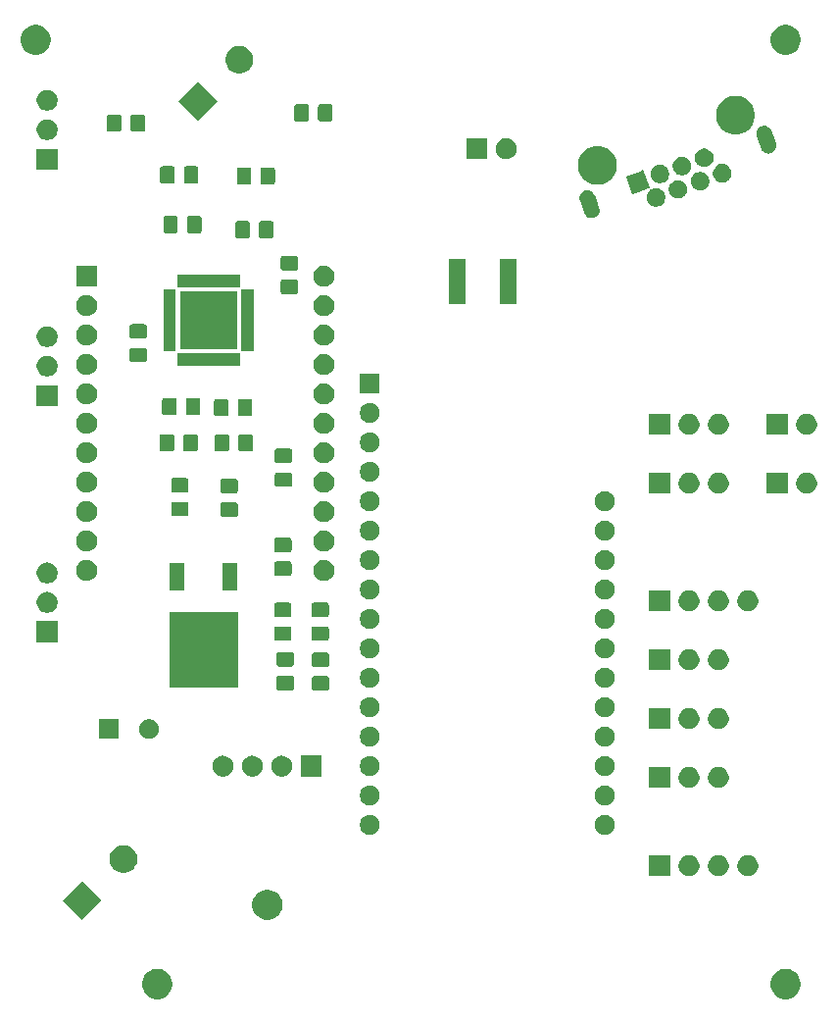
<source format=gbr>
G04 #@! TF.GenerationSoftware,KiCad,Pcbnew,(5.1.6)-1*
G04 #@! TF.CreationDate,2021-01-04T14:19:30-06:00*
G04 #@! TF.ProjectId,ControlBoardnRF_22PinSound_PowerAmp,436f6e74-726f-46c4-926f-6172646e5246,rev?*
G04 #@! TF.SameCoordinates,Original*
G04 #@! TF.FileFunction,Soldermask,Bot*
G04 #@! TF.FilePolarity,Negative*
%FSLAX46Y46*%
G04 Gerber Fmt 4.6, Leading zero omitted, Abs format (unit mm)*
G04 Created by KiCad (PCBNEW (5.1.6)-1) date 2021-01-04 14:19:30*
%MOMM*%
%LPD*%
G01*
G04 APERTURE LIST*
%ADD10C,0.100000*%
G04 APERTURE END LIST*
D10*
G36*
X177379487Y-152948996D02*
G01*
X177616253Y-153047068D01*
X177616255Y-153047069D01*
X177829339Y-153189447D01*
X178010553Y-153370661D01*
X178152932Y-153583747D01*
X178251004Y-153820513D01*
X178301000Y-154071861D01*
X178301000Y-154328139D01*
X178251004Y-154579487D01*
X178152932Y-154816253D01*
X178152931Y-154816255D01*
X178010553Y-155029339D01*
X177829339Y-155210553D01*
X177616255Y-155352931D01*
X177616254Y-155352932D01*
X177616253Y-155352932D01*
X177379487Y-155451004D01*
X177128139Y-155501000D01*
X176871861Y-155501000D01*
X176620513Y-155451004D01*
X176383747Y-155352932D01*
X176383746Y-155352932D01*
X176383745Y-155352931D01*
X176170661Y-155210553D01*
X175989447Y-155029339D01*
X175847069Y-154816255D01*
X175847068Y-154816253D01*
X175748996Y-154579487D01*
X175699000Y-154328139D01*
X175699000Y-154071861D01*
X175748996Y-153820513D01*
X175847068Y-153583747D01*
X175989447Y-153370661D01*
X176170661Y-153189447D01*
X176383745Y-153047069D01*
X176383747Y-153047068D01*
X176620513Y-152948996D01*
X176871861Y-152899000D01*
X177128139Y-152899000D01*
X177379487Y-152948996D01*
G37*
G36*
X123079487Y-152948996D02*
G01*
X123316253Y-153047068D01*
X123316255Y-153047069D01*
X123529339Y-153189447D01*
X123710553Y-153370661D01*
X123852932Y-153583747D01*
X123951004Y-153820513D01*
X124001000Y-154071861D01*
X124001000Y-154328139D01*
X123951004Y-154579487D01*
X123852932Y-154816253D01*
X123852931Y-154816255D01*
X123710553Y-155029339D01*
X123529339Y-155210553D01*
X123316255Y-155352931D01*
X123316254Y-155352932D01*
X123316253Y-155352932D01*
X123079487Y-155451004D01*
X122828139Y-155501000D01*
X122571861Y-155501000D01*
X122320513Y-155451004D01*
X122083747Y-155352932D01*
X122083746Y-155352932D01*
X122083745Y-155352931D01*
X121870661Y-155210553D01*
X121689447Y-155029339D01*
X121547069Y-154816255D01*
X121547068Y-154816253D01*
X121448996Y-154579487D01*
X121399000Y-154328139D01*
X121399000Y-154071861D01*
X121448996Y-153820513D01*
X121547068Y-153583747D01*
X121689447Y-153370661D01*
X121870661Y-153189447D01*
X122083745Y-153047069D01*
X122083747Y-153047068D01*
X122320513Y-152948996D01*
X122571861Y-152899000D01*
X122828139Y-152899000D01*
X123079487Y-152948996D01*
G37*
G36*
X117888571Y-147000000D02*
G01*
X116200000Y-148688571D01*
X114511429Y-147000000D01*
X116200000Y-145311429D01*
X117888571Y-147000000D01*
G37*
G36*
X132607587Y-146107996D02*
G01*
X132844353Y-146206068D01*
X132844355Y-146206069D01*
X133057439Y-146348447D01*
X133238653Y-146529661D01*
X133381032Y-146742747D01*
X133479104Y-146979513D01*
X133529100Y-147230861D01*
X133529100Y-147487139D01*
X133479104Y-147738487D01*
X133381032Y-147975253D01*
X133381031Y-147975255D01*
X133238653Y-148188339D01*
X133057439Y-148369553D01*
X132844355Y-148511931D01*
X132844354Y-148511932D01*
X132844353Y-148511932D01*
X132607587Y-148610004D01*
X132356239Y-148660000D01*
X132099961Y-148660000D01*
X131848613Y-148610004D01*
X131611847Y-148511932D01*
X131611846Y-148511932D01*
X131611845Y-148511931D01*
X131398761Y-148369553D01*
X131217547Y-148188339D01*
X131075169Y-147975255D01*
X131075168Y-147975253D01*
X130977096Y-147738487D01*
X130927100Y-147487139D01*
X130927100Y-147230861D01*
X130977096Y-146979513D01*
X131075168Y-146742747D01*
X131217547Y-146529661D01*
X131398761Y-146348447D01*
X131611845Y-146206069D01*
X131611847Y-146206068D01*
X131848613Y-146107996D01*
X132099961Y-146058000D01*
X132356239Y-146058000D01*
X132607587Y-146107996D01*
G37*
G36*
X168753512Y-143103927D02*
G01*
X168902812Y-143133624D01*
X169066784Y-143201544D01*
X169214354Y-143300147D01*
X169339853Y-143425646D01*
X169438456Y-143573216D01*
X169506376Y-143737188D01*
X169541000Y-143911259D01*
X169541000Y-144088741D01*
X169506376Y-144262812D01*
X169438456Y-144426784D01*
X169339853Y-144574354D01*
X169214354Y-144699853D01*
X169066784Y-144798456D01*
X168902812Y-144866376D01*
X168753512Y-144896073D01*
X168728742Y-144901000D01*
X168551258Y-144901000D01*
X168526488Y-144896073D01*
X168377188Y-144866376D01*
X168213216Y-144798456D01*
X168065646Y-144699853D01*
X167940147Y-144574354D01*
X167841544Y-144426784D01*
X167773624Y-144262812D01*
X167739000Y-144088741D01*
X167739000Y-143911259D01*
X167773624Y-143737188D01*
X167841544Y-143573216D01*
X167940147Y-143425646D01*
X168065646Y-143300147D01*
X168213216Y-143201544D01*
X168377188Y-143133624D01*
X168526488Y-143103927D01*
X168551258Y-143099000D01*
X168728742Y-143099000D01*
X168753512Y-143103927D01*
G37*
G36*
X167001000Y-144901000D02*
G01*
X165199000Y-144901000D01*
X165199000Y-143099000D01*
X167001000Y-143099000D01*
X167001000Y-144901000D01*
G37*
G36*
X173833512Y-143103927D02*
G01*
X173982812Y-143133624D01*
X174146784Y-143201544D01*
X174294354Y-143300147D01*
X174419853Y-143425646D01*
X174518456Y-143573216D01*
X174586376Y-143737188D01*
X174621000Y-143911259D01*
X174621000Y-144088741D01*
X174586376Y-144262812D01*
X174518456Y-144426784D01*
X174419853Y-144574354D01*
X174294354Y-144699853D01*
X174146784Y-144798456D01*
X173982812Y-144866376D01*
X173833512Y-144896073D01*
X173808742Y-144901000D01*
X173631258Y-144901000D01*
X173606488Y-144896073D01*
X173457188Y-144866376D01*
X173293216Y-144798456D01*
X173145646Y-144699853D01*
X173020147Y-144574354D01*
X172921544Y-144426784D01*
X172853624Y-144262812D01*
X172819000Y-144088741D01*
X172819000Y-143911259D01*
X172853624Y-143737188D01*
X172921544Y-143573216D01*
X173020147Y-143425646D01*
X173145646Y-143300147D01*
X173293216Y-143201544D01*
X173457188Y-143133624D01*
X173606488Y-143103927D01*
X173631258Y-143099000D01*
X173808742Y-143099000D01*
X173833512Y-143103927D01*
G37*
G36*
X171293512Y-143103927D02*
G01*
X171442812Y-143133624D01*
X171606784Y-143201544D01*
X171754354Y-143300147D01*
X171879853Y-143425646D01*
X171978456Y-143573216D01*
X172046376Y-143737188D01*
X172081000Y-143911259D01*
X172081000Y-144088741D01*
X172046376Y-144262812D01*
X171978456Y-144426784D01*
X171879853Y-144574354D01*
X171754354Y-144699853D01*
X171606784Y-144798456D01*
X171442812Y-144866376D01*
X171293512Y-144896073D01*
X171268742Y-144901000D01*
X171091258Y-144901000D01*
X171066488Y-144896073D01*
X170917188Y-144866376D01*
X170753216Y-144798456D01*
X170605646Y-144699853D01*
X170480147Y-144574354D01*
X170381544Y-144426784D01*
X170313624Y-144262812D01*
X170279000Y-144088741D01*
X170279000Y-143911259D01*
X170313624Y-143737188D01*
X170381544Y-143573216D01*
X170480147Y-143425646D01*
X170605646Y-143300147D01*
X170753216Y-143201544D01*
X170917188Y-143133624D01*
X171066488Y-143103927D01*
X171091258Y-143099000D01*
X171268742Y-143099000D01*
X171293512Y-143103927D01*
G37*
G36*
X120140378Y-142259782D02*
G01*
X120357671Y-142349788D01*
X120357673Y-142349789D01*
X120553232Y-142480458D01*
X120719542Y-142646768D01*
X120850212Y-142842329D01*
X120940218Y-143059622D01*
X120986102Y-143290298D01*
X120986102Y-143525498D01*
X120940218Y-143756174D01*
X120875980Y-143911258D01*
X120850211Y-143973469D01*
X120719542Y-144169028D01*
X120553232Y-144335338D01*
X120357673Y-144466007D01*
X120357672Y-144466008D01*
X120357671Y-144466008D01*
X120140378Y-144556014D01*
X119909702Y-144601898D01*
X119674502Y-144601898D01*
X119443826Y-144556014D01*
X119226533Y-144466008D01*
X119226532Y-144466008D01*
X119226531Y-144466007D01*
X119030972Y-144335338D01*
X118864662Y-144169028D01*
X118733993Y-143973469D01*
X118708224Y-143911258D01*
X118643986Y-143756174D01*
X118598102Y-143525498D01*
X118598102Y-143290298D01*
X118643986Y-143059622D01*
X118733992Y-142842329D01*
X118864662Y-142646768D01*
X119030972Y-142480458D01*
X119226531Y-142349789D01*
X119226533Y-142349788D01*
X119443826Y-142259782D01*
X119674502Y-142213898D01*
X119909702Y-142213898D01*
X120140378Y-142259782D01*
G37*
G36*
X141316168Y-139640643D02*
G01*
X141471040Y-139704793D01*
X141610421Y-139797925D01*
X141728955Y-139916459D01*
X141822087Y-140055840D01*
X141886237Y-140210712D01*
X141918940Y-140375124D01*
X141918940Y-140542756D01*
X141886237Y-140707168D01*
X141822087Y-140862040D01*
X141728955Y-141001421D01*
X141610421Y-141119955D01*
X141471040Y-141213087D01*
X141316168Y-141277237D01*
X141151756Y-141309940D01*
X140984124Y-141309940D01*
X140819712Y-141277237D01*
X140664840Y-141213087D01*
X140525459Y-141119955D01*
X140406925Y-141001421D01*
X140313793Y-140862040D01*
X140249643Y-140707168D01*
X140216940Y-140542756D01*
X140216940Y-140375124D01*
X140249643Y-140210712D01*
X140313793Y-140055840D01*
X140406925Y-139916459D01*
X140525459Y-139797925D01*
X140664840Y-139704793D01*
X140819712Y-139640643D01*
X140984124Y-139607940D01*
X141151756Y-139607940D01*
X141316168Y-139640643D01*
G37*
G36*
X161616168Y-139640643D02*
G01*
X161771040Y-139704793D01*
X161910421Y-139797925D01*
X162028955Y-139916459D01*
X162122087Y-140055840D01*
X162186237Y-140210712D01*
X162218940Y-140375124D01*
X162218940Y-140542756D01*
X162186237Y-140707168D01*
X162122087Y-140862040D01*
X162028955Y-141001421D01*
X161910421Y-141119955D01*
X161771040Y-141213087D01*
X161616168Y-141277237D01*
X161451756Y-141309940D01*
X161284124Y-141309940D01*
X161119712Y-141277237D01*
X160964840Y-141213087D01*
X160825459Y-141119955D01*
X160706925Y-141001421D01*
X160613793Y-140862040D01*
X160549643Y-140707168D01*
X160516940Y-140542756D01*
X160516940Y-140375124D01*
X160549643Y-140210712D01*
X160613793Y-140055840D01*
X160706925Y-139916459D01*
X160825459Y-139797925D01*
X160964840Y-139704793D01*
X161119712Y-139640643D01*
X161284124Y-139607940D01*
X161451756Y-139607940D01*
X161616168Y-139640643D01*
G37*
G36*
X141316168Y-137100643D02*
G01*
X141471040Y-137164793D01*
X141610421Y-137257925D01*
X141728955Y-137376459D01*
X141822087Y-137515840D01*
X141886237Y-137670712D01*
X141918940Y-137835124D01*
X141918940Y-138002756D01*
X141886237Y-138167168D01*
X141822087Y-138322040D01*
X141728955Y-138461421D01*
X141610421Y-138579955D01*
X141471040Y-138673087D01*
X141316168Y-138737237D01*
X141151756Y-138769940D01*
X140984124Y-138769940D01*
X140819712Y-138737237D01*
X140664840Y-138673087D01*
X140525459Y-138579955D01*
X140406925Y-138461421D01*
X140313793Y-138322040D01*
X140249643Y-138167168D01*
X140216940Y-138002756D01*
X140216940Y-137835124D01*
X140249643Y-137670712D01*
X140313793Y-137515840D01*
X140406925Y-137376459D01*
X140525459Y-137257925D01*
X140664840Y-137164793D01*
X140819712Y-137100643D01*
X140984124Y-137067940D01*
X141151756Y-137067940D01*
X141316168Y-137100643D01*
G37*
G36*
X161616168Y-137100643D02*
G01*
X161771040Y-137164793D01*
X161910421Y-137257925D01*
X162028955Y-137376459D01*
X162122087Y-137515840D01*
X162186237Y-137670712D01*
X162218940Y-137835124D01*
X162218940Y-138002756D01*
X162186237Y-138167168D01*
X162122087Y-138322040D01*
X162028955Y-138461421D01*
X161910421Y-138579955D01*
X161771040Y-138673087D01*
X161616168Y-138737237D01*
X161451756Y-138769940D01*
X161284124Y-138769940D01*
X161119712Y-138737237D01*
X160964840Y-138673087D01*
X160825459Y-138579955D01*
X160706925Y-138461421D01*
X160613793Y-138322040D01*
X160549643Y-138167168D01*
X160516940Y-138002756D01*
X160516940Y-137835124D01*
X160549643Y-137670712D01*
X160613793Y-137515840D01*
X160706925Y-137376459D01*
X160825459Y-137257925D01*
X160964840Y-137164793D01*
X161119712Y-137100643D01*
X161284124Y-137067940D01*
X161451756Y-137067940D01*
X161616168Y-137100643D01*
G37*
G36*
X167001000Y-137281000D02*
G01*
X165199000Y-137281000D01*
X165199000Y-135479000D01*
X167001000Y-135479000D01*
X167001000Y-137281000D01*
G37*
G36*
X168753512Y-135483927D02*
G01*
X168902812Y-135513624D01*
X169066784Y-135581544D01*
X169214354Y-135680147D01*
X169339853Y-135805646D01*
X169438456Y-135953216D01*
X169506376Y-136117188D01*
X169541000Y-136291259D01*
X169541000Y-136468741D01*
X169506376Y-136642812D01*
X169438456Y-136806784D01*
X169339853Y-136954354D01*
X169214354Y-137079853D01*
X169066784Y-137178456D01*
X168902812Y-137246376D01*
X168753512Y-137276073D01*
X168728742Y-137281000D01*
X168551258Y-137281000D01*
X168526488Y-137276073D01*
X168377188Y-137246376D01*
X168213216Y-137178456D01*
X168065646Y-137079853D01*
X167940147Y-136954354D01*
X167841544Y-136806784D01*
X167773624Y-136642812D01*
X167739000Y-136468741D01*
X167739000Y-136291259D01*
X167773624Y-136117188D01*
X167841544Y-135953216D01*
X167940147Y-135805646D01*
X168065646Y-135680147D01*
X168213216Y-135581544D01*
X168377188Y-135513624D01*
X168526488Y-135483927D01*
X168551258Y-135479000D01*
X168728742Y-135479000D01*
X168753512Y-135483927D01*
G37*
G36*
X171293512Y-135483927D02*
G01*
X171442812Y-135513624D01*
X171606784Y-135581544D01*
X171754354Y-135680147D01*
X171879853Y-135805646D01*
X171978456Y-135953216D01*
X172046376Y-136117188D01*
X172081000Y-136291259D01*
X172081000Y-136468741D01*
X172046376Y-136642812D01*
X171978456Y-136806784D01*
X171879853Y-136954354D01*
X171754354Y-137079853D01*
X171606784Y-137178456D01*
X171442812Y-137246376D01*
X171293512Y-137276073D01*
X171268742Y-137281000D01*
X171091258Y-137281000D01*
X171066488Y-137276073D01*
X170917188Y-137246376D01*
X170753216Y-137178456D01*
X170605646Y-137079853D01*
X170480147Y-136954354D01*
X170381544Y-136806784D01*
X170313624Y-136642812D01*
X170279000Y-136468741D01*
X170279000Y-136291259D01*
X170313624Y-136117188D01*
X170381544Y-135953216D01*
X170480147Y-135805646D01*
X170605646Y-135680147D01*
X170753216Y-135581544D01*
X170917188Y-135513624D01*
X171066488Y-135483927D01*
X171091258Y-135479000D01*
X171268742Y-135479000D01*
X171293512Y-135483927D01*
G37*
G36*
X128493512Y-134503927D02*
G01*
X128642812Y-134533624D01*
X128806784Y-134601544D01*
X128954354Y-134700147D01*
X129079853Y-134825646D01*
X129178456Y-134973216D01*
X129246376Y-135137188D01*
X129281000Y-135311259D01*
X129281000Y-135488741D01*
X129246376Y-135662812D01*
X129178456Y-135826784D01*
X129079853Y-135974354D01*
X128954354Y-136099853D01*
X128806784Y-136198456D01*
X128642812Y-136266376D01*
X128493512Y-136296073D01*
X128468742Y-136301000D01*
X128291258Y-136301000D01*
X128266488Y-136296073D01*
X128117188Y-136266376D01*
X127953216Y-136198456D01*
X127805646Y-136099853D01*
X127680147Y-135974354D01*
X127581544Y-135826784D01*
X127513624Y-135662812D01*
X127479000Y-135488741D01*
X127479000Y-135311259D01*
X127513624Y-135137188D01*
X127581544Y-134973216D01*
X127680147Y-134825646D01*
X127805646Y-134700147D01*
X127953216Y-134601544D01*
X128117188Y-134533624D01*
X128266488Y-134503927D01*
X128291258Y-134499000D01*
X128468742Y-134499000D01*
X128493512Y-134503927D01*
G37*
G36*
X133573512Y-134503927D02*
G01*
X133722812Y-134533624D01*
X133886784Y-134601544D01*
X134034354Y-134700147D01*
X134159853Y-134825646D01*
X134258456Y-134973216D01*
X134326376Y-135137188D01*
X134361000Y-135311259D01*
X134361000Y-135488741D01*
X134326376Y-135662812D01*
X134258456Y-135826784D01*
X134159853Y-135974354D01*
X134034354Y-136099853D01*
X133886784Y-136198456D01*
X133722812Y-136266376D01*
X133573512Y-136296073D01*
X133548742Y-136301000D01*
X133371258Y-136301000D01*
X133346488Y-136296073D01*
X133197188Y-136266376D01*
X133033216Y-136198456D01*
X132885646Y-136099853D01*
X132760147Y-135974354D01*
X132661544Y-135826784D01*
X132593624Y-135662812D01*
X132559000Y-135488741D01*
X132559000Y-135311259D01*
X132593624Y-135137188D01*
X132661544Y-134973216D01*
X132760147Y-134825646D01*
X132885646Y-134700147D01*
X133033216Y-134601544D01*
X133197188Y-134533624D01*
X133346488Y-134503927D01*
X133371258Y-134499000D01*
X133548742Y-134499000D01*
X133573512Y-134503927D01*
G37*
G36*
X136901000Y-136301000D02*
G01*
X135099000Y-136301000D01*
X135099000Y-134499000D01*
X136901000Y-134499000D01*
X136901000Y-136301000D01*
G37*
G36*
X131033512Y-134503927D02*
G01*
X131182812Y-134533624D01*
X131346784Y-134601544D01*
X131494354Y-134700147D01*
X131619853Y-134825646D01*
X131718456Y-134973216D01*
X131786376Y-135137188D01*
X131821000Y-135311259D01*
X131821000Y-135488741D01*
X131786376Y-135662812D01*
X131718456Y-135826784D01*
X131619853Y-135974354D01*
X131494354Y-136099853D01*
X131346784Y-136198456D01*
X131182812Y-136266376D01*
X131033512Y-136296073D01*
X131008742Y-136301000D01*
X130831258Y-136301000D01*
X130806488Y-136296073D01*
X130657188Y-136266376D01*
X130493216Y-136198456D01*
X130345646Y-136099853D01*
X130220147Y-135974354D01*
X130121544Y-135826784D01*
X130053624Y-135662812D01*
X130019000Y-135488741D01*
X130019000Y-135311259D01*
X130053624Y-135137188D01*
X130121544Y-134973216D01*
X130220147Y-134825646D01*
X130345646Y-134700147D01*
X130493216Y-134601544D01*
X130657188Y-134533624D01*
X130806488Y-134503927D01*
X130831258Y-134499000D01*
X131008742Y-134499000D01*
X131033512Y-134503927D01*
G37*
G36*
X141316168Y-134560643D02*
G01*
X141471040Y-134624793D01*
X141610421Y-134717925D01*
X141728955Y-134836459D01*
X141822087Y-134975840D01*
X141886237Y-135130712D01*
X141918940Y-135295124D01*
X141918940Y-135462756D01*
X141886237Y-135627168D01*
X141822087Y-135782040D01*
X141728955Y-135921421D01*
X141610421Y-136039955D01*
X141471040Y-136133087D01*
X141316168Y-136197237D01*
X141151756Y-136229940D01*
X140984124Y-136229940D01*
X140819712Y-136197237D01*
X140664840Y-136133087D01*
X140525459Y-136039955D01*
X140406925Y-135921421D01*
X140313793Y-135782040D01*
X140249643Y-135627168D01*
X140216940Y-135462756D01*
X140216940Y-135295124D01*
X140249643Y-135130712D01*
X140313793Y-134975840D01*
X140406925Y-134836459D01*
X140525459Y-134717925D01*
X140664840Y-134624793D01*
X140819712Y-134560643D01*
X140984124Y-134527940D01*
X141151756Y-134527940D01*
X141316168Y-134560643D01*
G37*
G36*
X161616168Y-134560643D02*
G01*
X161771040Y-134624793D01*
X161910421Y-134717925D01*
X162028955Y-134836459D01*
X162122087Y-134975840D01*
X162186237Y-135130712D01*
X162218940Y-135295124D01*
X162218940Y-135462756D01*
X162186237Y-135627168D01*
X162122087Y-135782040D01*
X162028955Y-135921421D01*
X161910421Y-136039955D01*
X161771040Y-136133087D01*
X161616168Y-136197237D01*
X161451756Y-136229940D01*
X161284124Y-136229940D01*
X161119712Y-136197237D01*
X160964840Y-136133087D01*
X160825459Y-136039955D01*
X160706925Y-135921421D01*
X160613793Y-135782040D01*
X160549643Y-135627168D01*
X160516940Y-135462756D01*
X160516940Y-135295124D01*
X160549643Y-135130712D01*
X160613793Y-134975840D01*
X160706925Y-134836459D01*
X160825459Y-134717925D01*
X160964840Y-134624793D01*
X161119712Y-134560643D01*
X161284124Y-134527940D01*
X161451756Y-134527940D01*
X161616168Y-134560643D01*
G37*
G36*
X161616168Y-132020643D02*
G01*
X161771040Y-132084793D01*
X161910421Y-132177925D01*
X162028955Y-132296459D01*
X162122087Y-132435840D01*
X162186237Y-132590712D01*
X162218940Y-132755124D01*
X162218940Y-132922756D01*
X162186237Y-133087168D01*
X162122087Y-133242040D01*
X162028955Y-133381421D01*
X161910421Y-133499955D01*
X161771040Y-133593087D01*
X161616168Y-133657237D01*
X161451756Y-133689940D01*
X161284124Y-133689940D01*
X161119712Y-133657237D01*
X160964840Y-133593087D01*
X160825459Y-133499955D01*
X160706925Y-133381421D01*
X160613793Y-133242040D01*
X160549643Y-133087168D01*
X160516940Y-132922756D01*
X160516940Y-132755124D01*
X160549643Y-132590712D01*
X160613793Y-132435840D01*
X160706925Y-132296459D01*
X160825459Y-132177925D01*
X160964840Y-132084793D01*
X161119712Y-132020643D01*
X161284124Y-131987940D01*
X161451756Y-131987940D01*
X161616168Y-132020643D01*
G37*
G36*
X141316168Y-132020643D02*
G01*
X141471040Y-132084793D01*
X141610421Y-132177925D01*
X141728955Y-132296459D01*
X141822087Y-132435840D01*
X141886237Y-132590712D01*
X141918940Y-132755124D01*
X141918940Y-132922756D01*
X141886237Y-133087168D01*
X141822087Y-133242040D01*
X141728955Y-133381421D01*
X141610421Y-133499955D01*
X141471040Y-133593087D01*
X141316168Y-133657237D01*
X141151756Y-133689940D01*
X140984124Y-133689940D01*
X140819712Y-133657237D01*
X140664840Y-133593087D01*
X140525459Y-133499955D01*
X140406925Y-133381421D01*
X140313793Y-133242040D01*
X140249643Y-133087168D01*
X140216940Y-132922756D01*
X140216940Y-132755124D01*
X140249643Y-132590712D01*
X140313793Y-132435840D01*
X140406925Y-132296459D01*
X140525459Y-132177925D01*
X140664840Y-132084793D01*
X140819712Y-132020643D01*
X140984124Y-131987940D01*
X141151756Y-131987940D01*
X141316168Y-132020643D01*
G37*
G36*
X119351000Y-133051000D02*
G01*
X117649000Y-133051000D01*
X117649000Y-131349000D01*
X119351000Y-131349000D01*
X119351000Y-133051000D01*
G37*
G36*
X122248228Y-131381703D02*
G01*
X122403100Y-131445853D01*
X122542481Y-131538985D01*
X122661015Y-131657519D01*
X122754147Y-131796900D01*
X122818297Y-131951772D01*
X122851000Y-132116184D01*
X122851000Y-132283816D01*
X122818297Y-132448228D01*
X122754147Y-132603100D01*
X122661015Y-132742481D01*
X122542481Y-132861015D01*
X122403100Y-132954147D01*
X122248228Y-133018297D01*
X122083816Y-133051000D01*
X121916184Y-133051000D01*
X121751772Y-133018297D01*
X121596900Y-132954147D01*
X121457519Y-132861015D01*
X121338985Y-132742481D01*
X121245853Y-132603100D01*
X121181703Y-132448228D01*
X121149000Y-132283816D01*
X121149000Y-132116184D01*
X121181703Y-131951772D01*
X121245853Y-131796900D01*
X121338985Y-131657519D01*
X121457519Y-131538985D01*
X121596900Y-131445853D01*
X121751772Y-131381703D01*
X121916184Y-131349000D01*
X122083816Y-131349000D01*
X122248228Y-131381703D01*
G37*
G36*
X167001000Y-132201000D02*
G01*
X165199000Y-132201000D01*
X165199000Y-130399000D01*
X167001000Y-130399000D01*
X167001000Y-132201000D01*
G37*
G36*
X168753512Y-130403927D02*
G01*
X168902812Y-130433624D01*
X169066784Y-130501544D01*
X169214354Y-130600147D01*
X169339853Y-130725646D01*
X169438456Y-130873216D01*
X169506376Y-131037188D01*
X169541000Y-131211259D01*
X169541000Y-131388741D01*
X169506376Y-131562812D01*
X169438456Y-131726784D01*
X169339853Y-131874354D01*
X169214354Y-131999853D01*
X169066784Y-132098456D01*
X168902812Y-132166376D01*
X168753512Y-132196073D01*
X168728742Y-132201000D01*
X168551258Y-132201000D01*
X168526488Y-132196073D01*
X168377188Y-132166376D01*
X168213216Y-132098456D01*
X168065646Y-131999853D01*
X167940147Y-131874354D01*
X167841544Y-131726784D01*
X167773624Y-131562812D01*
X167739000Y-131388741D01*
X167739000Y-131211259D01*
X167773624Y-131037188D01*
X167841544Y-130873216D01*
X167940147Y-130725646D01*
X168065646Y-130600147D01*
X168213216Y-130501544D01*
X168377188Y-130433624D01*
X168526488Y-130403927D01*
X168551258Y-130399000D01*
X168728742Y-130399000D01*
X168753512Y-130403927D01*
G37*
G36*
X171293512Y-130403927D02*
G01*
X171442812Y-130433624D01*
X171606784Y-130501544D01*
X171754354Y-130600147D01*
X171879853Y-130725646D01*
X171978456Y-130873216D01*
X172046376Y-131037188D01*
X172081000Y-131211259D01*
X172081000Y-131388741D01*
X172046376Y-131562812D01*
X171978456Y-131726784D01*
X171879853Y-131874354D01*
X171754354Y-131999853D01*
X171606784Y-132098456D01*
X171442812Y-132166376D01*
X171293512Y-132196073D01*
X171268742Y-132201000D01*
X171091258Y-132201000D01*
X171066488Y-132196073D01*
X170917188Y-132166376D01*
X170753216Y-132098456D01*
X170605646Y-131999853D01*
X170480147Y-131874354D01*
X170381544Y-131726784D01*
X170313624Y-131562812D01*
X170279000Y-131388741D01*
X170279000Y-131211259D01*
X170313624Y-131037188D01*
X170381544Y-130873216D01*
X170480147Y-130725646D01*
X170605646Y-130600147D01*
X170753216Y-130501544D01*
X170917188Y-130433624D01*
X171066488Y-130403927D01*
X171091258Y-130399000D01*
X171268742Y-130399000D01*
X171293512Y-130403927D01*
G37*
G36*
X161616168Y-129480643D02*
G01*
X161771040Y-129544793D01*
X161910421Y-129637925D01*
X162028955Y-129756459D01*
X162122087Y-129895840D01*
X162186237Y-130050712D01*
X162218940Y-130215124D01*
X162218940Y-130382756D01*
X162186237Y-130547168D01*
X162122087Y-130702040D01*
X162028955Y-130841421D01*
X161910421Y-130959955D01*
X161771040Y-131053087D01*
X161616168Y-131117237D01*
X161451756Y-131149940D01*
X161284124Y-131149940D01*
X161119712Y-131117237D01*
X160964840Y-131053087D01*
X160825459Y-130959955D01*
X160706925Y-130841421D01*
X160613793Y-130702040D01*
X160549643Y-130547168D01*
X160516940Y-130382756D01*
X160516940Y-130215124D01*
X160549643Y-130050712D01*
X160613793Y-129895840D01*
X160706925Y-129756459D01*
X160825459Y-129637925D01*
X160964840Y-129544793D01*
X161119712Y-129480643D01*
X161284124Y-129447940D01*
X161451756Y-129447940D01*
X161616168Y-129480643D01*
G37*
G36*
X141316168Y-129480643D02*
G01*
X141471040Y-129544793D01*
X141610421Y-129637925D01*
X141728955Y-129756459D01*
X141822087Y-129895840D01*
X141886237Y-130050712D01*
X141918940Y-130215124D01*
X141918940Y-130382756D01*
X141886237Y-130547168D01*
X141822087Y-130702040D01*
X141728955Y-130841421D01*
X141610421Y-130959955D01*
X141471040Y-131053087D01*
X141316168Y-131117237D01*
X141151756Y-131149940D01*
X140984124Y-131149940D01*
X140819712Y-131117237D01*
X140664840Y-131053087D01*
X140525459Y-130959955D01*
X140406925Y-130841421D01*
X140313793Y-130702040D01*
X140249643Y-130547168D01*
X140216940Y-130382756D01*
X140216940Y-130215124D01*
X140249643Y-130050712D01*
X140313793Y-129895840D01*
X140406925Y-129756459D01*
X140525459Y-129637925D01*
X140664840Y-129544793D01*
X140819712Y-129480643D01*
X140984124Y-129447940D01*
X141151756Y-129447940D01*
X141316168Y-129480643D01*
G37*
G36*
X137399994Y-127640685D02*
G01*
X137437687Y-127652119D01*
X137472423Y-127670686D01*
X137502868Y-127695672D01*
X137527854Y-127726117D01*
X137546421Y-127760853D01*
X137557855Y-127798546D01*
X137562320Y-127843881D01*
X137562320Y-128680559D01*
X137557855Y-128725894D01*
X137546421Y-128763587D01*
X137527854Y-128798323D01*
X137502868Y-128828768D01*
X137472423Y-128853754D01*
X137437687Y-128872321D01*
X137399994Y-128883755D01*
X137354659Y-128888220D01*
X136267981Y-128888220D01*
X136222646Y-128883755D01*
X136184953Y-128872321D01*
X136150217Y-128853754D01*
X136119772Y-128828768D01*
X136094786Y-128798323D01*
X136076219Y-128763587D01*
X136064785Y-128725894D01*
X136060320Y-128680559D01*
X136060320Y-127843881D01*
X136064785Y-127798546D01*
X136076219Y-127760853D01*
X136094786Y-127726117D01*
X136119772Y-127695672D01*
X136150217Y-127670686D01*
X136184953Y-127652119D01*
X136222646Y-127640685D01*
X136267981Y-127636220D01*
X137354659Y-127636220D01*
X137399994Y-127640685D01*
G37*
G36*
X134354534Y-127600045D02*
G01*
X134392227Y-127611479D01*
X134426963Y-127630046D01*
X134457408Y-127655032D01*
X134482394Y-127685477D01*
X134500961Y-127720213D01*
X134512395Y-127757906D01*
X134516860Y-127803241D01*
X134516860Y-128639919D01*
X134512395Y-128685254D01*
X134500961Y-128722947D01*
X134482394Y-128757683D01*
X134457408Y-128788128D01*
X134426963Y-128813114D01*
X134392227Y-128831681D01*
X134354534Y-128843115D01*
X134309199Y-128847580D01*
X133222521Y-128847580D01*
X133177186Y-128843115D01*
X133139493Y-128831681D01*
X133104757Y-128813114D01*
X133074312Y-128788128D01*
X133049326Y-128757683D01*
X133030759Y-128722947D01*
X133019325Y-128685254D01*
X133014860Y-128639919D01*
X133014860Y-127803241D01*
X133019325Y-127757906D01*
X133030759Y-127720213D01*
X133049326Y-127685477D01*
X133074312Y-127655032D01*
X133104757Y-127630046D01*
X133139493Y-127611479D01*
X133177186Y-127600045D01*
X133222521Y-127595580D01*
X134309199Y-127595580D01*
X134354534Y-127600045D01*
G37*
G36*
X161616168Y-126940643D02*
G01*
X161771040Y-127004793D01*
X161910421Y-127097925D01*
X162028955Y-127216459D01*
X162122087Y-127355840D01*
X162186237Y-127510712D01*
X162218940Y-127675124D01*
X162218940Y-127842756D01*
X162186237Y-128007168D01*
X162122087Y-128162040D01*
X162028955Y-128301421D01*
X161910421Y-128419955D01*
X161771040Y-128513087D01*
X161616168Y-128577237D01*
X161451756Y-128609940D01*
X161284124Y-128609940D01*
X161119712Y-128577237D01*
X160964840Y-128513087D01*
X160825459Y-128419955D01*
X160706925Y-128301421D01*
X160613793Y-128162040D01*
X160549643Y-128007168D01*
X160516940Y-127842756D01*
X160516940Y-127675124D01*
X160549643Y-127510712D01*
X160613793Y-127355840D01*
X160706925Y-127216459D01*
X160825459Y-127097925D01*
X160964840Y-127004793D01*
X161119712Y-126940643D01*
X161284124Y-126907940D01*
X161451756Y-126907940D01*
X161616168Y-126940643D01*
G37*
G36*
X141316168Y-126940643D02*
G01*
X141471040Y-127004793D01*
X141610421Y-127097925D01*
X141728955Y-127216459D01*
X141822087Y-127355840D01*
X141886237Y-127510712D01*
X141918940Y-127675124D01*
X141918940Y-127842756D01*
X141886237Y-128007168D01*
X141822087Y-128162040D01*
X141728955Y-128301421D01*
X141610421Y-128419955D01*
X141471040Y-128513087D01*
X141316168Y-128577237D01*
X141151756Y-128609940D01*
X140984124Y-128609940D01*
X140819712Y-128577237D01*
X140664840Y-128513087D01*
X140525459Y-128419955D01*
X140406925Y-128301421D01*
X140313793Y-128162040D01*
X140249643Y-128007168D01*
X140216940Y-127842756D01*
X140216940Y-127675124D01*
X140249643Y-127510712D01*
X140313793Y-127355840D01*
X140406925Y-127216459D01*
X140525459Y-127097925D01*
X140664840Y-127004793D01*
X140819712Y-126940643D01*
X140984124Y-126907940D01*
X141151756Y-126907940D01*
X141316168Y-126940643D01*
G37*
G36*
X129659200Y-128602400D02*
G01*
X123757200Y-128602400D01*
X123757200Y-122100400D01*
X129659200Y-122100400D01*
X129659200Y-128602400D01*
G37*
G36*
X167001000Y-127121000D02*
G01*
X165199000Y-127121000D01*
X165199000Y-125319000D01*
X167001000Y-125319000D01*
X167001000Y-127121000D01*
G37*
G36*
X168753512Y-125323927D02*
G01*
X168902812Y-125353624D01*
X169066784Y-125421544D01*
X169214354Y-125520147D01*
X169339853Y-125645646D01*
X169438456Y-125793216D01*
X169506376Y-125957188D01*
X169541000Y-126131259D01*
X169541000Y-126308741D01*
X169506376Y-126482812D01*
X169438456Y-126646784D01*
X169339853Y-126794354D01*
X169214354Y-126919853D01*
X169066784Y-127018456D01*
X168902812Y-127086376D01*
X168753512Y-127116073D01*
X168728742Y-127121000D01*
X168551258Y-127121000D01*
X168526488Y-127116073D01*
X168377188Y-127086376D01*
X168213216Y-127018456D01*
X168065646Y-126919853D01*
X167940147Y-126794354D01*
X167841544Y-126646784D01*
X167773624Y-126482812D01*
X167739000Y-126308741D01*
X167739000Y-126131259D01*
X167773624Y-125957188D01*
X167841544Y-125793216D01*
X167940147Y-125645646D01*
X168065646Y-125520147D01*
X168213216Y-125421544D01*
X168377188Y-125353624D01*
X168526488Y-125323927D01*
X168551258Y-125319000D01*
X168728742Y-125319000D01*
X168753512Y-125323927D01*
G37*
G36*
X171293512Y-125323927D02*
G01*
X171442812Y-125353624D01*
X171606784Y-125421544D01*
X171754354Y-125520147D01*
X171879853Y-125645646D01*
X171978456Y-125793216D01*
X172046376Y-125957188D01*
X172081000Y-126131259D01*
X172081000Y-126308741D01*
X172046376Y-126482812D01*
X171978456Y-126646784D01*
X171879853Y-126794354D01*
X171754354Y-126919853D01*
X171606784Y-127018456D01*
X171442812Y-127086376D01*
X171293512Y-127116073D01*
X171268742Y-127121000D01*
X171091258Y-127121000D01*
X171066488Y-127116073D01*
X170917188Y-127086376D01*
X170753216Y-127018456D01*
X170605646Y-126919853D01*
X170480147Y-126794354D01*
X170381544Y-126646784D01*
X170313624Y-126482812D01*
X170279000Y-126308741D01*
X170279000Y-126131259D01*
X170313624Y-125957188D01*
X170381544Y-125793216D01*
X170480147Y-125645646D01*
X170605646Y-125520147D01*
X170753216Y-125421544D01*
X170917188Y-125353624D01*
X171066488Y-125323927D01*
X171091258Y-125319000D01*
X171268742Y-125319000D01*
X171293512Y-125323927D01*
G37*
G36*
X137399994Y-125590685D02*
G01*
X137437687Y-125602119D01*
X137472423Y-125620686D01*
X137502868Y-125645672D01*
X137527854Y-125676117D01*
X137546421Y-125710853D01*
X137557855Y-125748546D01*
X137562320Y-125793881D01*
X137562320Y-126630559D01*
X137557855Y-126675894D01*
X137546421Y-126713587D01*
X137527854Y-126748323D01*
X137502868Y-126778768D01*
X137472423Y-126803754D01*
X137437687Y-126822321D01*
X137399994Y-126833755D01*
X137354659Y-126838220D01*
X136267981Y-126838220D01*
X136222646Y-126833755D01*
X136184953Y-126822321D01*
X136150217Y-126803754D01*
X136119772Y-126778768D01*
X136094786Y-126748323D01*
X136076219Y-126713587D01*
X136064785Y-126675894D01*
X136060320Y-126630559D01*
X136060320Y-125793881D01*
X136064785Y-125748546D01*
X136076219Y-125710853D01*
X136094786Y-125676117D01*
X136119772Y-125645672D01*
X136150217Y-125620686D01*
X136184953Y-125602119D01*
X136222646Y-125590685D01*
X136267981Y-125586220D01*
X137354659Y-125586220D01*
X137399994Y-125590685D01*
G37*
G36*
X134354534Y-125550045D02*
G01*
X134392227Y-125561479D01*
X134426963Y-125580046D01*
X134457408Y-125605032D01*
X134482394Y-125635477D01*
X134500961Y-125670213D01*
X134512395Y-125707906D01*
X134516860Y-125753241D01*
X134516860Y-126589919D01*
X134512395Y-126635254D01*
X134500961Y-126672947D01*
X134482394Y-126707683D01*
X134457408Y-126738128D01*
X134426963Y-126763114D01*
X134392227Y-126781681D01*
X134354534Y-126793115D01*
X134309199Y-126797580D01*
X133222521Y-126797580D01*
X133177186Y-126793115D01*
X133139493Y-126781681D01*
X133104757Y-126763114D01*
X133074312Y-126738128D01*
X133049326Y-126707683D01*
X133030759Y-126672947D01*
X133019325Y-126635254D01*
X133014860Y-126589919D01*
X133014860Y-125753241D01*
X133019325Y-125707906D01*
X133030759Y-125670213D01*
X133049326Y-125635477D01*
X133074312Y-125605032D01*
X133104757Y-125580046D01*
X133139493Y-125561479D01*
X133177186Y-125550045D01*
X133222521Y-125545580D01*
X134309199Y-125545580D01*
X134354534Y-125550045D01*
G37*
G36*
X141316168Y-124400643D02*
G01*
X141471040Y-124464793D01*
X141610421Y-124557925D01*
X141728955Y-124676459D01*
X141822087Y-124815840D01*
X141886237Y-124970712D01*
X141918940Y-125135124D01*
X141918940Y-125302756D01*
X141886237Y-125467168D01*
X141822087Y-125622040D01*
X141728955Y-125761421D01*
X141610421Y-125879955D01*
X141471040Y-125973087D01*
X141316168Y-126037237D01*
X141151756Y-126069940D01*
X140984124Y-126069940D01*
X140819712Y-126037237D01*
X140664840Y-125973087D01*
X140525459Y-125879955D01*
X140406925Y-125761421D01*
X140313793Y-125622040D01*
X140249643Y-125467168D01*
X140216940Y-125302756D01*
X140216940Y-125135124D01*
X140249643Y-124970712D01*
X140313793Y-124815840D01*
X140406925Y-124676459D01*
X140525459Y-124557925D01*
X140664840Y-124464793D01*
X140819712Y-124400643D01*
X140984124Y-124367940D01*
X141151756Y-124367940D01*
X141316168Y-124400643D01*
G37*
G36*
X161616168Y-124400643D02*
G01*
X161771040Y-124464793D01*
X161910421Y-124557925D01*
X162028955Y-124676459D01*
X162122087Y-124815840D01*
X162186237Y-124970712D01*
X162218940Y-125135124D01*
X162218940Y-125302756D01*
X162186237Y-125467168D01*
X162122087Y-125622040D01*
X162028955Y-125761421D01*
X161910421Y-125879955D01*
X161771040Y-125973087D01*
X161616168Y-126037237D01*
X161451756Y-126069940D01*
X161284124Y-126069940D01*
X161119712Y-126037237D01*
X160964840Y-125973087D01*
X160825459Y-125879955D01*
X160706925Y-125761421D01*
X160613793Y-125622040D01*
X160549643Y-125467168D01*
X160516940Y-125302756D01*
X160516940Y-125135124D01*
X160549643Y-124970712D01*
X160613793Y-124815840D01*
X160706925Y-124676459D01*
X160825459Y-124557925D01*
X160964840Y-124464793D01*
X161119712Y-124400643D01*
X161284124Y-124367940D01*
X161451756Y-124367940D01*
X161616168Y-124400643D01*
G37*
G36*
X114101000Y-124701000D02*
G01*
X112299000Y-124701000D01*
X112299000Y-122899000D01*
X114101000Y-122899000D01*
X114101000Y-124701000D01*
G37*
G36*
X137370514Y-123332585D02*
G01*
X137408207Y-123344019D01*
X137442943Y-123362586D01*
X137473388Y-123387572D01*
X137498374Y-123418017D01*
X137516941Y-123452753D01*
X137528375Y-123490446D01*
X137532840Y-123535781D01*
X137532840Y-124372459D01*
X137528375Y-124417794D01*
X137516941Y-124455487D01*
X137498374Y-124490223D01*
X137473388Y-124520668D01*
X137442943Y-124545654D01*
X137408207Y-124564221D01*
X137370514Y-124575655D01*
X137325179Y-124580120D01*
X136238501Y-124580120D01*
X136193166Y-124575655D01*
X136155473Y-124564221D01*
X136120737Y-124545654D01*
X136090292Y-124520668D01*
X136065306Y-124490223D01*
X136046739Y-124455487D01*
X136035305Y-124417794D01*
X136030840Y-124372459D01*
X136030840Y-123535781D01*
X136035305Y-123490446D01*
X136046739Y-123452753D01*
X136065306Y-123418017D01*
X136090292Y-123387572D01*
X136120737Y-123362586D01*
X136155473Y-123344019D01*
X136193166Y-123332585D01*
X136238501Y-123328120D01*
X137325179Y-123328120D01*
X137370514Y-123332585D01*
G37*
G36*
X134144714Y-123332585D02*
G01*
X134182407Y-123344019D01*
X134217143Y-123362586D01*
X134247588Y-123387572D01*
X134272574Y-123418017D01*
X134291141Y-123452753D01*
X134302575Y-123490446D01*
X134307040Y-123535781D01*
X134307040Y-124372459D01*
X134302575Y-124417794D01*
X134291141Y-124455487D01*
X134272574Y-124490223D01*
X134247588Y-124520668D01*
X134217143Y-124545654D01*
X134182407Y-124564221D01*
X134144714Y-124575655D01*
X134099379Y-124580120D01*
X133012701Y-124580120D01*
X132967366Y-124575655D01*
X132929673Y-124564221D01*
X132894937Y-124545654D01*
X132864492Y-124520668D01*
X132839506Y-124490223D01*
X132820939Y-124455487D01*
X132809505Y-124417794D01*
X132805040Y-124372459D01*
X132805040Y-123535781D01*
X132809505Y-123490446D01*
X132820939Y-123452753D01*
X132839506Y-123418017D01*
X132864492Y-123387572D01*
X132894937Y-123362586D01*
X132929673Y-123344019D01*
X132967366Y-123332585D01*
X133012701Y-123328120D01*
X134099379Y-123328120D01*
X134144714Y-123332585D01*
G37*
G36*
X161616168Y-121860643D02*
G01*
X161771040Y-121924793D01*
X161910421Y-122017925D01*
X162028955Y-122136459D01*
X162122087Y-122275840D01*
X162186237Y-122430712D01*
X162218940Y-122595124D01*
X162218940Y-122762756D01*
X162186237Y-122927168D01*
X162122087Y-123082040D01*
X162028955Y-123221421D01*
X161910421Y-123339955D01*
X161771040Y-123433087D01*
X161616168Y-123497237D01*
X161451756Y-123529940D01*
X161284124Y-123529940D01*
X161119712Y-123497237D01*
X160964840Y-123433087D01*
X160825459Y-123339955D01*
X160706925Y-123221421D01*
X160613793Y-123082040D01*
X160549643Y-122927168D01*
X160516940Y-122762756D01*
X160516940Y-122595124D01*
X160549643Y-122430712D01*
X160613793Y-122275840D01*
X160706925Y-122136459D01*
X160825459Y-122017925D01*
X160964840Y-121924793D01*
X161119712Y-121860643D01*
X161284124Y-121827940D01*
X161451756Y-121827940D01*
X161616168Y-121860643D01*
G37*
G36*
X141316168Y-121860643D02*
G01*
X141471040Y-121924793D01*
X141610421Y-122017925D01*
X141728955Y-122136459D01*
X141822087Y-122275840D01*
X141886237Y-122430712D01*
X141918940Y-122595124D01*
X141918940Y-122762756D01*
X141886237Y-122927168D01*
X141822087Y-123082040D01*
X141728955Y-123221421D01*
X141610421Y-123339955D01*
X141471040Y-123433087D01*
X141316168Y-123497237D01*
X141151756Y-123529940D01*
X140984124Y-123529940D01*
X140819712Y-123497237D01*
X140664840Y-123433087D01*
X140525459Y-123339955D01*
X140406925Y-123221421D01*
X140313793Y-123082040D01*
X140249643Y-122927168D01*
X140216940Y-122762756D01*
X140216940Y-122595124D01*
X140249643Y-122430712D01*
X140313793Y-122275840D01*
X140406925Y-122136459D01*
X140525459Y-122017925D01*
X140664840Y-121924793D01*
X140819712Y-121860643D01*
X140984124Y-121827940D01*
X141151756Y-121827940D01*
X141316168Y-121860643D01*
G37*
G36*
X137370514Y-121282585D02*
G01*
X137408207Y-121294019D01*
X137442943Y-121312586D01*
X137473388Y-121337572D01*
X137498374Y-121368017D01*
X137516941Y-121402753D01*
X137528375Y-121440446D01*
X137532840Y-121485781D01*
X137532840Y-122322459D01*
X137528375Y-122367794D01*
X137516941Y-122405487D01*
X137498374Y-122440223D01*
X137473388Y-122470668D01*
X137442943Y-122495654D01*
X137408207Y-122514221D01*
X137370514Y-122525655D01*
X137325179Y-122530120D01*
X136238501Y-122530120D01*
X136193166Y-122525655D01*
X136155473Y-122514221D01*
X136120737Y-122495654D01*
X136090292Y-122470668D01*
X136065306Y-122440223D01*
X136046739Y-122405487D01*
X136035305Y-122367794D01*
X136030840Y-122322459D01*
X136030840Y-121485781D01*
X136035305Y-121440446D01*
X136046739Y-121402753D01*
X136065306Y-121368017D01*
X136090292Y-121337572D01*
X136120737Y-121312586D01*
X136155473Y-121294019D01*
X136193166Y-121282585D01*
X136238501Y-121278120D01*
X137325179Y-121278120D01*
X137370514Y-121282585D01*
G37*
G36*
X134144714Y-121282585D02*
G01*
X134182407Y-121294019D01*
X134217143Y-121312586D01*
X134247588Y-121337572D01*
X134272574Y-121368017D01*
X134291141Y-121402753D01*
X134302575Y-121440446D01*
X134307040Y-121485781D01*
X134307040Y-122322459D01*
X134302575Y-122367794D01*
X134291141Y-122405487D01*
X134272574Y-122440223D01*
X134247588Y-122470668D01*
X134217143Y-122495654D01*
X134182407Y-122514221D01*
X134144714Y-122525655D01*
X134099379Y-122530120D01*
X133012701Y-122530120D01*
X132967366Y-122525655D01*
X132929673Y-122514221D01*
X132894937Y-122495654D01*
X132864492Y-122470668D01*
X132839506Y-122440223D01*
X132820939Y-122405487D01*
X132809505Y-122367794D01*
X132805040Y-122322459D01*
X132805040Y-121485781D01*
X132809505Y-121440446D01*
X132820939Y-121402753D01*
X132839506Y-121368017D01*
X132864492Y-121337572D01*
X132894937Y-121312586D01*
X132929673Y-121294019D01*
X132967366Y-121282585D01*
X133012701Y-121278120D01*
X134099379Y-121278120D01*
X134144714Y-121282585D01*
G37*
G36*
X113313512Y-120363927D02*
G01*
X113462812Y-120393624D01*
X113626784Y-120461544D01*
X113774354Y-120560147D01*
X113899853Y-120685646D01*
X113998456Y-120833216D01*
X114066376Y-120997188D01*
X114101000Y-121171259D01*
X114101000Y-121348741D01*
X114066376Y-121522812D01*
X113998456Y-121686784D01*
X113899853Y-121834354D01*
X113774354Y-121959853D01*
X113626784Y-122058456D01*
X113462812Y-122126376D01*
X113313512Y-122156073D01*
X113288742Y-122161000D01*
X113111258Y-122161000D01*
X113086488Y-122156073D01*
X112937188Y-122126376D01*
X112773216Y-122058456D01*
X112625646Y-121959853D01*
X112500147Y-121834354D01*
X112401544Y-121686784D01*
X112333624Y-121522812D01*
X112299000Y-121348741D01*
X112299000Y-121171259D01*
X112333624Y-120997188D01*
X112401544Y-120833216D01*
X112500147Y-120685646D01*
X112625646Y-120560147D01*
X112773216Y-120461544D01*
X112937188Y-120393624D01*
X113086488Y-120363927D01*
X113111258Y-120359000D01*
X113288742Y-120359000D01*
X113313512Y-120363927D01*
G37*
G36*
X167001000Y-122041000D02*
G01*
X165199000Y-122041000D01*
X165199000Y-120239000D01*
X167001000Y-120239000D01*
X167001000Y-122041000D01*
G37*
G36*
X173833512Y-120243927D02*
G01*
X173982812Y-120273624D01*
X174146784Y-120341544D01*
X174294354Y-120440147D01*
X174419853Y-120565646D01*
X174518456Y-120713216D01*
X174586376Y-120877188D01*
X174621000Y-121051259D01*
X174621000Y-121228741D01*
X174586376Y-121402812D01*
X174518456Y-121566784D01*
X174419853Y-121714354D01*
X174294354Y-121839853D01*
X174146784Y-121938456D01*
X173982812Y-122006376D01*
X173833512Y-122036073D01*
X173808742Y-122041000D01*
X173631258Y-122041000D01*
X173606488Y-122036073D01*
X173457188Y-122006376D01*
X173293216Y-121938456D01*
X173145646Y-121839853D01*
X173020147Y-121714354D01*
X172921544Y-121566784D01*
X172853624Y-121402812D01*
X172819000Y-121228741D01*
X172819000Y-121051259D01*
X172853624Y-120877188D01*
X172921544Y-120713216D01*
X173020147Y-120565646D01*
X173145646Y-120440147D01*
X173293216Y-120341544D01*
X173457188Y-120273624D01*
X173606488Y-120243927D01*
X173631258Y-120239000D01*
X173808742Y-120239000D01*
X173833512Y-120243927D01*
G37*
G36*
X171293512Y-120243927D02*
G01*
X171442812Y-120273624D01*
X171606784Y-120341544D01*
X171754354Y-120440147D01*
X171879853Y-120565646D01*
X171978456Y-120713216D01*
X172046376Y-120877188D01*
X172081000Y-121051259D01*
X172081000Y-121228741D01*
X172046376Y-121402812D01*
X171978456Y-121566784D01*
X171879853Y-121714354D01*
X171754354Y-121839853D01*
X171606784Y-121938456D01*
X171442812Y-122006376D01*
X171293512Y-122036073D01*
X171268742Y-122041000D01*
X171091258Y-122041000D01*
X171066488Y-122036073D01*
X170917188Y-122006376D01*
X170753216Y-121938456D01*
X170605646Y-121839853D01*
X170480147Y-121714354D01*
X170381544Y-121566784D01*
X170313624Y-121402812D01*
X170279000Y-121228741D01*
X170279000Y-121051259D01*
X170313624Y-120877188D01*
X170381544Y-120713216D01*
X170480147Y-120565646D01*
X170605646Y-120440147D01*
X170753216Y-120341544D01*
X170917188Y-120273624D01*
X171066488Y-120243927D01*
X171091258Y-120239000D01*
X171268742Y-120239000D01*
X171293512Y-120243927D01*
G37*
G36*
X168753512Y-120243927D02*
G01*
X168902812Y-120273624D01*
X169066784Y-120341544D01*
X169214354Y-120440147D01*
X169339853Y-120565646D01*
X169438456Y-120713216D01*
X169506376Y-120877188D01*
X169541000Y-121051259D01*
X169541000Y-121228741D01*
X169506376Y-121402812D01*
X169438456Y-121566784D01*
X169339853Y-121714354D01*
X169214354Y-121839853D01*
X169066784Y-121938456D01*
X168902812Y-122006376D01*
X168753512Y-122036073D01*
X168728742Y-122041000D01*
X168551258Y-122041000D01*
X168526488Y-122036073D01*
X168377188Y-122006376D01*
X168213216Y-121938456D01*
X168065646Y-121839853D01*
X167940147Y-121714354D01*
X167841544Y-121566784D01*
X167773624Y-121402812D01*
X167739000Y-121228741D01*
X167739000Y-121051259D01*
X167773624Y-120877188D01*
X167841544Y-120713216D01*
X167940147Y-120565646D01*
X168065646Y-120440147D01*
X168213216Y-120341544D01*
X168377188Y-120273624D01*
X168526488Y-120243927D01*
X168551258Y-120239000D01*
X168728742Y-120239000D01*
X168753512Y-120243927D01*
G37*
G36*
X141316168Y-119320643D02*
G01*
X141471040Y-119384793D01*
X141610421Y-119477925D01*
X141728955Y-119596459D01*
X141822087Y-119735840D01*
X141886237Y-119890712D01*
X141918940Y-120055124D01*
X141918940Y-120222756D01*
X141886237Y-120387168D01*
X141822087Y-120542040D01*
X141728955Y-120681421D01*
X141610421Y-120799955D01*
X141471040Y-120893087D01*
X141316168Y-120957237D01*
X141151756Y-120989940D01*
X140984124Y-120989940D01*
X140819712Y-120957237D01*
X140664840Y-120893087D01*
X140525459Y-120799955D01*
X140406925Y-120681421D01*
X140313793Y-120542040D01*
X140249643Y-120387168D01*
X140216940Y-120222756D01*
X140216940Y-120055124D01*
X140249643Y-119890712D01*
X140313793Y-119735840D01*
X140406925Y-119596459D01*
X140525459Y-119477925D01*
X140664840Y-119384793D01*
X140819712Y-119320643D01*
X140984124Y-119287940D01*
X141151756Y-119287940D01*
X141316168Y-119320643D01*
G37*
G36*
X161616168Y-119320643D02*
G01*
X161771040Y-119384793D01*
X161910421Y-119477925D01*
X162028955Y-119596459D01*
X162122087Y-119735840D01*
X162186237Y-119890712D01*
X162218940Y-120055124D01*
X162218940Y-120222756D01*
X162186237Y-120387168D01*
X162122087Y-120542040D01*
X162028955Y-120681421D01*
X161910421Y-120799955D01*
X161771040Y-120893087D01*
X161616168Y-120957237D01*
X161451756Y-120989940D01*
X161284124Y-120989940D01*
X161119712Y-120957237D01*
X160964840Y-120893087D01*
X160825459Y-120799955D01*
X160706925Y-120681421D01*
X160613793Y-120542040D01*
X160549643Y-120387168D01*
X160516940Y-120222756D01*
X160516940Y-120055124D01*
X160549643Y-119890712D01*
X160613793Y-119735840D01*
X160706925Y-119596459D01*
X160825459Y-119477925D01*
X160964840Y-119384793D01*
X161119712Y-119320643D01*
X161284124Y-119287940D01*
X161451756Y-119287940D01*
X161616168Y-119320643D01*
G37*
G36*
X125079200Y-120202400D02*
G01*
X123777200Y-120202400D01*
X123777200Y-117900400D01*
X125079200Y-117900400D01*
X125079200Y-120202400D01*
G37*
G36*
X129639200Y-120202400D02*
G01*
X128337200Y-120202400D01*
X128337200Y-117900400D01*
X129639200Y-117900400D01*
X129639200Y-120202400D01*
G37*
G36*
X113313512Y-117823927D02*
G01*
X113462812Y-117853624D01*
X113626784Y-117921544D01*
X113774354Y-118020147D01*
X113899853Y-118145646D01*
X113998456Y-118293216D01*
X114066376Y-118457188D01*
X114101000Y-118631259D01*
X114101000Y-118808741D01*
X114066376Y-118982812D01*
X113998456Y-119146784D01*
X113899853Y-119294354D01*
X113774354Y-119419853D01*
X113626784Y-119518456D01*
X113462812Y-119586376D01*
X113313512Y-119616073D01*
X113288742Y-119621000D01*
X113111258Y-119621000D01*
X113086488Y-119616073D01*
X112937188Y-119586376D01*
X112773216Y-119518456D01*
X112625646Y-119419853D01*
X112500147Y-119294354D01*
X112401544Y-119146784D01*
X112333624Y-118982812D01*
X112299000Y-118808741D01*
X112299000Y-118631259D01*
X112333624Y-118457188D01*
X112401544Y-118293216D01*
X112500147Y-118145646D01*
X112625646Y-118020147D01*
X112773216Y-117921544D01*
X112937188Y-117853624D01*
X113086488Y-117823927D01*
X113111258Y-117819000D01*
X113288742Y-117819000D01*
X113313512Y-117823927D01*
G37*
G36*
X116713512Y-117603927D02*
G01*
X116862812Y-117633624D01*
X117026784Y-117701544D01*
X117174354Y-117800147D01*
X117299853Y-117925646D01*
X117398456Y-118073216D01*
X117466376Y-118237188D01*
X117501000Y-118411259D01*
X117501000Y-118588741D01*
X117466376Y-118762812D01*
X117398456Y-118926784D01*
X117299853Y-119074354D01*
X117174354Y-119199853D01*
X117026784Y-119298456D01*
X116862812Y-119366376D01*
X116713512Y-119396073D01*
X116688742Y-119401000D01*
X116511258Y-119401000D01*
X116486488Y-119396073D01*
X116337188Y-119366376D01*
X116173216Y-119298456D01*
X116025646Y-119199853D01*
X115900147Y-119074354D01*
X115801544Y-118926784D01*
X115733624Y-118762812D01*
X115699000Y-118588741D01*
X115699000Y-118411259D01*
X115733624Y-118237188D01*
X115801544Y-118073216D01*
X115900147Y-117925646D01*
X116025646Y-117800147D01*
X116173216Y-117701544D01*
X116337188Y-117633624D01*
X116486488Y-117603927D01*
X116511258Y-117599000D01*
X116688742Y-117599000D01*
X116713512Y-117603927D01*
G37*
G36*
X137213512Y-117603927D02*
G01*
X137362812Y-117633624D01*
X137526784Y-117701544D01*
X137674354Y-117800147D01*
X137799853Y-117925646D01*
X137898456Y-118073216D01*
X137966376Y-118237188D01*
X138001000Y-118411259D01*
X138001000Y-118588741D01*
X137966376Y-118762812D01*
X137898456Y-118926784D01*
X137799853Y-119074354D01*
X137674354Y-119199853D01*
X137526784Y-119298456D01*
X137362812Y-119366376D01*
X137213512Y-119396073D01*
X137188742Y-119401000D01*
X137011258Y-119401000D01*
X136986488Y-119396073D01*
X136837188Y-119366376D01*
X136673216Y-119298456D01*
X136525646Y-119199853D01*
X136400147Y-119074354D01*
X136301544Y-118926784D01*
X136233624Y-118762812D01*
X136199000Y-118588741D01*
X136199000Y-118411259D01*
X136233624Y-118237188D01*
X136301544Y-118073216D01*
X136400147Y-117925646D01*
X136525646Y-117800147D01*
X136673216Y-117701544D01*
X136837188Y-117633624D01*
X136986488Y-117603927D01*
X137011258Y-117599000D01*
X137188742Y-117599000D01*
X137213512Y-117603927D01*
G37*
G36*
X134153874Y-117727065D02*
G01*
X134191567Y-117738499D01*
X134226303Y-117757066D01*
X134256748Y-117782052D01*
X134281734Y-117812497D01*
X134300301Y-117847233D01*
X134311735Y-117884926D01*
X134316200Y-117930261D01*
X134316200Y-118766939D01*
X134311735Y-118812274D01*
X134300301Y-118849967D01*
X134281734Y-118884703D01*
X134256748Y-118915148D01*
X134226303Y-118940134D01*
X134191567Y-118958701D01*
X134153874Y-118970135D01*
X134108539Y-118974600D01*
X133021861Y-118974600D01*
X132976526Y-118970135D01*
X132938833Y-118958701D01*
X132904097Y-118940134D01*
X132873652Y-118915148D01*
X132848666Y-118884703D01*
X132830099Y-118849967D01*
X132818665Y-118812274D01*
X132814200Y-118766939D01*
X132814200Y-117930261D01*
X132818665Y-117884926D01*
X132830099Y-117847233D01*
X132848666Y-117812497D01*
X132873652Y-117782052D01*
X132904097Y-117757066D01*
X132938833Y-117738499D01*
X132976526Y-117727065D01*
X133021861Y-117722600D01*
X134108539Y-117722600D01*
X134153874Y-117727065D01*
G37*
G36*
X141316168Y-116780643D02*
G01*
X141471040Y-116844793D01*
X141610421Y-116937925D01*
X141728955Y-117056459D01*
X141822087Y-117195840D01*
X141886237Y-117350712D01*
X141918940Y-117515124D01*
X141918940Y-117682756D01*
X141886237Y-117847168D01*
X141822087Y-118002040D01*
X141728955Y-118141421D01*
X141610421Y-118259955D01*
X141471040Y-118353087D01*
X141316168Y-118417237D01*
X141151756Y-118449940D01*
X140984124Y-118449940D01*
X140819712Y-118417237D01*
X140664840Y-118353087D01*
X140525459Y-118259955D01*
X140406925Y-118141421D01*
X140313793Y-118002040D01*
X140249643Y-117847168D01*
X140216940Y-117682756D01*
X140216940Y-117515124D01*
X140249643Y-117350712D01*
X140313793Y-117195840D01*
X140406925Y-117056459D01*
X140525459Y-116937925D01*
X140664840Y-116844793D01*
X140819712Y-116780643D01*
X140984124Y-116747940D01*
X141151756Y-116747940D01*
X141316168Y-116780643D01*
G37*
G36*
X161616168Y-116780643D02*
G01*
X161771040Y-116844793D01*
X161910421Y-116937925D01*
X162028955Y-117056459D01*
X162122087Y-117195840D01*
X162186237Y-117350712D01*
X162218940Y-117515124D01*
X162218940Y-117682756D01*
X162186237Y-117847168D01*
X162122087Y-118002040D01*
X162028955Y-118141421D01*
X161910421Y-118259955D01*
X161771040Y-118353087D01*
X161616168Y-118417237D01*
X161451756Y-118449940D01*
X161284124Y-118449940D01*
X161119712Y-118417237D01*
X160964840Y-118353087D01*
X160825459Y-118259955D01*
X160706925Y-118141421D01*
X160613793Y-118002040D01*
X160549643Y-117847168D01*
X160516940Y-117682756D01*
X160516940Y-117515124D01*
X160549643Y-117350712D01*
X160613793Y-117195840D01*
X160706925Y-117056459D01*
X160825459Y-116937925D01*
X160964840Y-116844793D01*
X161119712Y-116780643D01*
X161284124Y-116747940D01*
X161451756Y-116747940D01*
X161616168Y-116780643D01*
G37*
G36*
X134153874Y-115677065D02*
G01*
X134191567Y-115688499D01*
X134226303Y-115707066D01*
X134256748Y-115732052D01*
X134281734Y-115762497D01*
X134300301Y-115797233D01*
X134311735Y-115834926D01*
X134316200Y-115880261D01*
X134316200Y-116716939D01*
X134311735Y-116762274D01*
X134300301Y-116799967D01*
X134281734Y-116834703D01*
X134256748Y-116865148D01*
X134226303Y-116890134D01*
X134191567Y-116908701D01*
X134153874Y-116920135D01*
X134108539Y-116924600D01*
X133021861Y-116924600D01*
X132976526Y-116920135D01*
X132938833Y-116908701D01*
X132904097Y-116890134D01*
X132873652Y-116865148D01*
X132848666Y-116834703D01*
X132830099Y-116799967D01*
X132818665Y-116762274D01*
X132814200Y-116716939D01*
X132814200Y-115880261D01*
X132818665Y-115834926D01*
X132830099Y-115797233D01*
X132848666Y-115762497D01*
X132873652Y-115732052D01*
X132904097Y-115707066D01*
X132938833Y-115688499D01*
X132976526Y-115677065D01*
X133021861Y-115672600D01*
X134108539Y-115672600D01*
X134153874Y-115677065D01*
G37*
G36*
X116713512Y-115063927D02*
G01*
X116862812Y-115093624D01*
X117026784Y-115161544D01*
X117174354Y-115260147D01*
X117299853Y-115385646D01*
X117398456Y-115533216D01*
X117466376Y-115697188D01*
X117501000Y-115871259D01*
X117501000Y-116048741D01*
X117466376Y-116222812D01*
X117398456Y-116386784D01*
X117299853Y-116534354D01*
X117174354Y-116659853D01*
X117026784Y-116758456D01*
X116862812Y-116826376D01*
X116713512Y-116856073D01*
X116688742Y-116861000D01*
X116511258Y-116861000D01*
X116486488Y-116856073D01*
X116337188Y-116826376D01*
X116173216Y-116758456D01*
X116025646Y-116659853D01*
X115900147Y-116534354D01*
X115801544Y-116386784D01*
X115733624Y-116222812D01*
X115699000Y-116048741D01*
X115699000Y-115871259D01*
X115733624Y-115697188D01*
X115801544Y-115533216D01*
X115900147Y-115385646D01*
X116025646Y-115260147D01*
X116173216Y-115161544D01*
X116337188Y-115093624D01*
X116486488Y-115063927D01*
X116511258Y-115059000D01*
X116688742Y-115059000D01*
X116713512Y-115063927D01*
G37*
G36*
X137213512Y-115063927D02*
G01*
X137362812Y-115093624D01*
X137526784Y-115161544D01*
X137674354Y-115260147D01*
X137799853Y-115385646D01*
X137898456Y-115533216D01*
X137966376Y-115697188D01*
X138001000Y-115871259D01*
X138001000Y-116048741D01*
X137966376Y-116222812D01*
X137898456Y-116386784D01*
X137799853Y-116534354D01*
X137674354Y-116659853D01*
X137526784Y-116758456D01*
X137362812Y-116826376D01*
X137213512Y-116856073D01*
X137188742Y-116861000D01*
X137011258Y-116861000D01*
X136986488Y-116856073D01*
X136837188Y-116826376D01*
X136673216Y-116758456D01*
X136525646Y-116659853D01*
X136400147Y-116534354D01*
X136301544Y-116386784D01*
X136233624Y-116222812D01*
X136199000Y-116048741D01*
X136199000Y-115871259D01*
X136233624Y-115697188D01*
X136301544Y-115533216D01*
X136400147Y-115385646D01*
X136525646Y-115260147D01*
X136673216Y-115161544D01*
X136837188Y-115093624D01*
X136986488Y-115063927D01*
X137011258Y-115059000D01*
X137188742Y-115059000D01*
X137213512Y-115063927D01*
G37*
G36*
X141316168Y-114240643D02*
G01*
X141471040Y-114304793D01*
X141610421Y-114397925D01*
X141728955Y-114516459D01*
X141822087Y-114655840D01*
X141886237Y-114810712D01*
X141918940Y-114975124D01*
X141918940Y-115142756D01*
X141886237Y-115307168D01*
X141822087Y-115462040D01*
X141728955Y-115601421D01*
X141610421Y-115719955D01*
X141471040Y-115813087D01*
X141316168Y-115877237D01*
X141151756Y-115909940D01*
X140984124Y-115909940D01*
X140819712Y-115877237D01*
X140664840Y-115813087D01*
X140525459Y-115719955D01*
X140406925Y-115601421D01*
X140313793Y-115462040D01*
X140249643Y-115307168D01*
X140216940Y-115142756D01*
X140216940Y-114975124D01*
X140249643Y-114810712D01*
X140313793Y-114655840D01*
X140406925Y-114516459D01*
X140525459Y-114397925D01*
X140664840Y-114304793D01*
X140819712Y-114240643D01*
X140984124Y-114207940D01*
X141151756Y-114207940D01*
X141316168Y-114240643D01*
G37*
G36*
X161616168Y-114240643D02*
G01*
X161771040Y-114304793D01*
X161910421Y-114397925D01*
X162028955Y-114516459D01*
X162122087Y-114655840D01*
X162186237Y-114810712D01*
X162218940Y-114975124D01*
X162218940Y-115142756D01*
X162186237Y-115307168D01*
X162122087Y-115462040D01*
X162028955Y-115601421D01*
X161910421Y-115719955D01*
X161771040Y-115813087D01*
X161616168Y-115877237D01*
X161451756Y-115909940D01*
X161284124Y-115909940D01*
X161119712Y-115877237D01*
X160964840Y-115813087D01*
X160825459Y-115719955D01*
X160706925Y-115601421D01*
X160613793Y-115462040D01*
X160549643Y-115307168D01*
X160516940Y-115142756D01*
X160516940Y-114975124D01*
X160549643Y-114810712D01*
X160613793Y-114655840D01*
X160706925Y-114516459D01*
X160825459Y-114397925D01*
X160964840Y-114304793D01*
X161119712Y-114240643D01*
X161284124Y-114207940D01*
X161451756Y-114207940D01*
X161616168Y-114240643D01*
G37*
G36*
X116713512Y-112523927D02*
G01*
X116862812Y-112553624D01*
X117026784Y-112621544D01*
X117174354Y-112720147D01*
X117299853Y-112845646D01*
X117398456Y-112993216D01*
X117466376Y-113157188D01*
X117501000Y-113331259D01*
X117501000Y-113508741D01*
X117466376Y-113682812D01*
X117398456Y-113846784D01*
X117299853Y-113994354D01*
X117174354Y-114119853D01*
X117026784Y-114218456D01*
X116862812Y-114286376D01*
X116713512Y-114316073D01*
X116688742Y-114321000D01*
X116511258Y-114321000D01*
X116486488Y-114316073D01*
X116337188Y-114286376D01*
X116173216Y-114218456D01*
X116025646Y-114119853D01*
X115900147Y-113994354D01*
X115801544Y-113846784D01*
X115733624Y-113682812D01*
X115699000Y-113508741D01*
X115699000Y-113331259D01*
X115733624Y-113157188D01*
X115801544Y-112993216D01*
X115900147Y-112845646D01*
X116025646Y-112720147D01*
X116173216Y-112621544D01*
X116337188Y-112553624D01*
X116486488Y-112523927D01*
X116511258Y-112519000D01*
X116688742Y-112519000D01*
X116713512Y-112523927D01*
G37*
G36*
X137213512Y-112523927D02*
G01*
X137362812Y-112553624D01*
X137526784Y-112621544D01*
X137674354Y-112720147D01*
X137799853Y-112845646D01*
X137898456Y-112993216D01*
X137966376Y-113157188D01*
X138001000Y-113331259D01*
X138001000Y-113508741D01*
X137966376Y-113682812D01*
X137898456Y-113846784D01*
X137799853Y-113994354D01*
X137674354Y-114119853D01*
X137526784Y-114218456D01*
X137362812Y-114286376D01*
X137213512Y-114316073D01*
X137188742Y-114321000D01*
X137011258Y-114321000D01*
X136986488Y-114316073D01*
X136837188Y-114286376D01*
X136673216Y-114218456D01*
X136525646Y-114119853D01*
X136400147Y-113994354D01*
X136301544Y-113846784D01*
X136233624Y-113682812D01*
X136199000Y-113508741D01*
X136199000Y-113331259D01*
X136233624Y-113157188D01*
X136301544Y-112993216D01*
X136400147Y-112845646D01*
X136525646Y-112720147D01*
X136673216Y-112621544D01*
X136837188Y-112553624D01*
X136986488Y-112523927D01*
X137011258Y-112519000D01*
X137188742Y-112519000D01*
X137213512Y-112523927D01*
G37*
G36*
X129500594Y-112644525D02*
G01*
X129538287Y-112655959D01*
X129573023Y-112674526D01*
X129603468Y-112699512D01*
X129628454Y-112729957D01*
X129647021Y-112764693D01*
X129658455Y-112802386D01*
X129662920Y-112847721D01*
X129662920Y-113684399D01*
X129658455Y-113729734D01*
X129647021Y-113767427D01*
X129628454Y-113802163D01*
X129603468Y-113832608D01*
X129573023Y-113857594D01*
X129538287Y-113876161D01*
X129500594Y-113887595D01*
X129455259Y-113892060D01*
X128368581Y-113892060D01*
X128323246Y-113887595D01*
X128285553Y-113876161D01*
X128250817Y-113857594D01*
X128220372Y-113832608D01*
X128195386Y-113802163D01*
X128176819Y-113767427D01*
X128165385Y-113729734D01*
X128160920Y-113684399D01*
X128160920Y-112847721D01*
X128165385Y-112802386D01*
X128176819Y-112764693D01*
X128195386Y-112729957D01*
X128220372Y-112699512D01*
X128250817Y-112674526D01*
X128285553Y-112655959D01*
X128323246Y-112644525D01*
X128368581Y-112640060D01*
X129455259Y-112640060D01*
X129500594Y-112644525D01*
G37*
G36*
X125246094Y-112583565D02*
G01*
X125283787Y-112594999D01*
X125318523Y-112613566D01*
X125348968Y-112638552D01*
X125373954Y-112668997D01*
X125392521Y-112703733D01*
X125403955Y-112741426D01*
X125408420Y-112786761D01*
X125408420Y-113623439D01*
X125403955Y-113668774D01*
X125392521Y-113706467D01*
X125373954Y-113741203D01*
X125348968Y-113771648D01*
X125318523Y-113796634D01*
X125283787Y-113815201D01*
X125246094Y-113826635D01*
X125200759Y-113831100D01*
X124114081Y-113831100D01*
X124068746Y-113826635D01*
X124031053Y-113815201D01*
X123996317Y-113796634D01*
X123965872Y-113771648D01*
X123940886Y-113741203D01*
X123922319Y-113706467D01*
X123910885Y-113668774D01*
X123906420Y-113623439D01*
X123906420Y-112786761D01*
X123910885Y-112741426D01*
X123922319Y-112703733D01*
X123940886Y-112668997D01*
X123965872Y-112638552D01*
X123996317Y-112613566D01*
X124031053Y-112594999D01*
X124068746Y-112583565D01*
X124114081Y-112579100D01*
X125200759Y-112579100D01*
X125246094Y-112583565D01*
G37*
G36*
X161616168Y-111700643D02*
G01*
X161771040Y-111764793D01*
X161910421Y-111857925D01*
X162028955Y-111976459D01*
X162122087Y-112115840D01*
X162186237Y-112270712D01*
X162218940Y-112435124D01*
X162218940Y-112602756D01*
X162186237Y-112767168D01*
X162122087Y-112922040D01*
X162028955Y-113061421D01*
X161910421Y-113179955D01*
X161771040Y-113273087D01*
X161616168Y-113337237D01*
X161451756Y-113369940D01*
X161284124Y-113369940D01*
X161119712Y-113337237D01*
X160964840Y-113273087D01*
X160825459Y-113179955D01*
X160706925Y-113061421D01*
X160613793Y-112922040D01*
X160549643Y-112767168D01*
X160516940Y-112602756D01*
X160516940Y-112435124D01*
X160549643Y-112270712D01*
X160613793Y-112115840D01*
X160706925Y-111976459D01*
X160825459Y-111857925D01*
X160964840Y-111764793D01*
X161119712Y-111700643D01*
X161284124Y-111667940D01*
X161451756Y-111667940D01*
X161616168Y-111700643D01*
G37*
G36*
X141316168Y-111700643D02*
G01*
X141471040Y-111764793D01*
X141610421Y-111857925D01*
X141728955Y-111976459D01*
X141822087Y-112115840D01*
X141886237Y-112270712D01*
X141918940Y-112435124D01*
X141918940Y-112602756D01*
X141886237Y-112767168D01*
X141822087Y-112922040D01*
X141728955Y-113061421D01*
X141610421Y-113179955D01*
X141471040Y-113273087D01*
X141316168Y-113337237D01*
X141151756Y-113369940D01*
X140984124Y-113369940D01*
X140819712Y-113337237D01*
X140664840Y-113273087D01*
X140525459Y-113179955D01*
X140406925Y-113061421D01*
X140313793Y-112922040D01*
X140249643Y-112767168D01*
X140216940Y-112602756D01*
X140216940Y-112435124D01*
X140249643Y-112270712D01*
X140313793Y-112115840D01*
X140406925Y-111976459D01*
X140525459Y-111857925D01*
X140664840Y-111764793D01*
X140819712Y-111700643D01*
X140984124Y-111667940D01*
X141151756Y-111667940D01*
X141316168Y-111700643D01*
G37*
G36*
X178901531Y-110081544D02*
G01*
X179062812Y-110113624D01*
X179226784Y-110181544D01*
X179374354Y-110280147D01*
X179499853Y-110405646D01*
X179598456Y-110553216D01*
X179666376Y-110717188D01*
X179701000Y-110891259D01*
X179701000Y-111068741D01*
X179666376Y-111242812D01*
X179598456Y-111406784D01*
X179499853Y-111554354D01*
X179374354Y-111679853D01*
X179226784Y-111778456D01*
X179062812Y-111846376D01*
X178913512Y-111876073D01*
X178888742Y-111881000D01*
X178711258Y-111881000D01*
X178686488Y-111876073D01*
X178537188Y-111846376D01*
X178373216Y-111778456D01*
X178225646Y-111679853D01*
X178100147Y-111554354D01*
X178001544Y-111406784D01*
X177933624Y-111242812D01*
X177899000Y-111068741D01*
X177899000Y-110891259D01*
X177933624Y-110717188D01*
X178001544Y-110553216D01*
X178100147Y-110405646D01*
X178225646Y-110280147D01*
X178373216Y-110181544D01*
X178537188Y-110113624D01*
X178698469Y-110081544D01*
X178711258Y-110079000D01*
X178888742Y-110079000D01*
X178901531Y-110081544D01*
G37*
G36*
X167001000Y-111881000D02*
G01*
X165199000Y-111881000D01*
X165199000Y-110079000D01*
X167001000Y-110079000D01*
X167001000Y-111881000D01*
G37*
G36*
X168741531Y-110081544D02*
G01*
X168902812Y-110113624D01*
X169066784Y-110181544D01*
X169214354Y-110280147D01*
X169339853Y-110405646D01*
X169438456Y-110553216D01*
X169506376Y-110717188D01*
X169541000Y-110891259D01*
X169541000Y-111068741D01*
X169506376Y-111242812D01*
X169438456Y-111406784D01*
X169339853Y-111554354D01*
X169214354Y-111679853D01*
X169066784Y-111778456D01*
X168902812Y-111846376D01*
X168753512Y-111876073D01*
X168728742Y-111881000D01*
X168551258Y-111881000D01*
X168526488Y-111876073D01*
X168377188Y-111846376D01*
X168213216Y-111778456D01*
X168065646Y-111679853D01*
X167940147Y-111554354D01*
X167841544Y-111406784D01*
X167773624Y-111242812D01*
X167739000Y-111068741D01*
X167739000Y-110891259D01*
X167773624Y-110717188D01*
X167841544Y-110553216D01*
X167940147Y-110405646D01*
X168065646Y-110280147D01*
X168213216Y-110181544D01*
X168377188Y-110113624D01*
X168538469Y-110081544D01*
X168551258Y-110079000D01*
X168728742Y-110079000D01*
X168741531Y-110081544D01*
G37*
G36*
X171281531Y-110081544D02*
G01*
X171442812Y-110113624D01*
X171606784Y-110181544D01*
X171754354Y-110280147D01*
X171879853Y-110405646D01*
X171978456Y-110553216D01*
X172046376Y-110717188D01*
X172081000Y-110891259D01*
X172081000Y-111068741D01*
X172046376Y-111242812D01*
X171978456Y-111406784D01*
X171879853Y-111554354D01*
X171754354Y-111679853D01*
X171606784Y-111778456D01*
X171442812Y-111846376D01*
X171293512Y-111876073D01*
X171268742Y-111881000D01*
X171091258Y-111881000D01*
X171066488Y-111876073D01*
X170917188Y-111846376D01*
X170753216Y-111778456D01*
X170605646Y-111679853D01*
X170480147Y-111554354D01*
X170381544Y-111406784D01*
X170313624Y-111242812D01*
X170279000Y-111068741D01*
X170279000Y-110891259D01*
X170313624Y-110717188D01*
X170381544Y-110553216D01*
X170480147Y-110405646D01*
X170605646Y-110280147D01*
X170753216Y-110181544D01*
X170917188Y-110113624D01*
X171078469Y-110081544D01*
X171091258Y-110079000D01*
X171268742Y-110079000D01*
X171281531Y-110081544D01*
G37*
G36*
X177161000Y-111881000D02*
G01*
X175359000Y-111881000D01*
X175359000Y-110079000D01*
X177161000Y-110079000D01*
X177161000Y-111881000D01*
G37*
G36*
X129500594Y-110594525D02*
G01*
X129538287Y-110605959D01*
X129573023Y-110624526D01*
X129603468Y-110649512D01*
X129628454Y-110679957D01*
X129647021Y-110714693D01*
X129658455Y-110752386D01*
X129662920Y-110797721D01*
X129662920Y-111634399D01*
X129658455Y-111679734D01*
X129647021Y-111717427D01*
X129628454Y-111752163D01*
X129603468Y-111782608D01*
X129573023Y-111807594D01*
X129538287Y-111826161D01*
X129500594Y-111837595D01*
X129455259Y-111842060D01*
X128368581Y-111842060D01*
X128323246Y-111837595D01*
X128285553Y-111826161D01*
X128250817Y-111807594D01*
X128220372Y-111782608D01*
X128195386Y-111752163D01*
X128176819Y-111717427D01*
X128165385Y-111679734D01*
X128160920Y-111634399D01*
X128160920Y-110797721D01*
X128165385Y-110752386D01*
X128176819Y-110714693D01*
X128195386Y-110679957D01*
X128220372Y-110649512D01*
X128250817Y-110624526D01*
X128285553Y-110605959D01*
X128323246Y-110594525D01*
X128368581Y-110590060D01*
X129455259Y-110590060D01*
X129500594Y-110594525D01*
G37*
G36*
X125246094Y-110533565D02*
G01*
X125283787Y-110544999D01*
X125318523Y-110563566D01*
X125348968Y-110588552D01*
X125373954Y-110618997D01*
X125392521Y-110653733D01*
X125403955Y-110691426D01*
X125408420Y-110736761D01*
X125408420Y-111573439D01*
X125403955Y-111618774D01*
X125392521Y-111656467D01*
X125373954Y-111691203D01*
X125348968Y-111721648D01*
X125318523Y-111746634D01*
X125283787Y-111765201D01*
X125246094Y-111776635D01*
X125200759Y-111781100D01*
X124114081Y-111781100D01*
X124068746Y-111776635D01*
X124031053Y-111765201D01*
X123996317Y-111746634D01*
X123965872Y-111721648D01*
X123940886Y-111691203D01*
X123922319Y-111656467D01*
X123910885Y-111618774D01*
X123906420Y-111573439D01*
X123906420Y-110736761D01*
X123910885Y-110691426D01*
X123922319Y-110653733D01*
X123940886Y-110618997D01*
X123965872Y-110588552D01*
X123996317Y-110563566D01*
X124031053Y-110544999D01*
X124068746Y-110533565D01*
X124114081Y-110529100D01*
X125200759Y-110529100D01*
X125246094Y-110533565D01*
G37*
G36*
X137213512Y-109983927D02*
G01*
X137362812Y-110013624D01*
X137526784Y-110081544D01*
X137674354Y-110180147D01*
X137799853Y-110305646D01*
X137898456Y-110453216D01*
X137966376Y-110617188D01*
X138001000Y-110791259D01*
X138001000Y-110968741D01*
X137966376Y-111142812D01*
X137898456Y-111306784D01*
X137799853Y-111454354D01*
X137674354Y-111579853D01*
X137526784Y-111678456D01*
X137362812Y-111746376D01*
X137214532Y-111775870D01*
X137188742Y-111781000D01*
X137011258Y-111781000D01*
X136985468Y-111775870D01*
X136837188Y-111746376D01*
X136673216Y-111678456D01*
X136525646Y-111579853D01*
X136400147Y-111454354D01*
X136301544Y-111306784D01*
X136233624Y-111142812D01*
X136199000Y-110968741D01*
X136199000Y-110791259D01*
X136233624Y-110617188D01*
X136301544Y-110453216D01*
X136400147Y-110305646D01*
X136525646Y-110180147D01*
X136673216Y-110081544D01*
X136837188Y-110013624D01*
X136986488Y-109983927D01*
X137011258Y-109979000D01*
X137188742Y-109979000D01*
X137213512Y-109983927D01*
G37*
G36*
X116713512Y-109983927D02*
G01*
X116862812Y-110013624D01*
X117026784Y-110081544D01*
X117174354Y-110180147D01*
X117299853Y-110305646D01*
X117398456Y-110453216D01*
X117466376Y-110617188D01*
X117501000Y-110791259D01*
X117501000Y-110968741D01*
X117466376Y-111142812D01*
X117398456Y-111306784D01*
X117299853Y-111454354D01*
X117174354Y-111579853D01*
X117026784Y-111678456D01*
X116862812Y-111746376D01*
X116714532Y-111775870D01*
X116688742Y-111781000D01*
X116511258Y-111781000D01*
X116485468Y-111775870D01*
X116337188Y-111746376D01*
X116173216Y-111678456D01*
X116025646Y-111579853D01*
X115900147Y-111454354D01*
X115801544Y-111306784D01*
X115733624Y-111142812D01*
X115699000Y-110968741D01*
X115699000Y-110791259D01*
X115733624Y-110617188D01*
X115801544Y-110453216D01*
X115900147Y-110305646D01*
X116025646Y-110180147D01*
X116173216Y-110081544D01*
X116337188Y-110013624D01*
X116486488Y-109983927D01*
X116511258Y-109979000D01*
X116688742Y-109979000D01*
X116713512Y-109983927D01*
G37*
G36*
X134207214Y-110046105D02*
G01*
X134244907Y-110057539D01*
X134279643Y-110076106D01*
X134310088Y-110101092D01*
X134335074Y-110131537D01*
X134353641Y-110166273D01*
X134365075Y-110203966D01*
X134369540Y-110249301D01*
X134369540Y-111085979D01*
X134365075Y-111131314D01*
X134353641Y-111169007D01*
X134335074Y-111203743D01*
X134310088Y-111234188D01*
X134279643Y-111259174D01*
X134244907Y-111277741D01*
X134207214Y-111289175D01*
X134161879Y-111293640D01*
X133075201Y-111293640D01*
X133029866Y-111289175D01*
X132992173Y-111277741D01*
X132957437Y-111259174D01*
X132926992Y-111234188D01*
X132902006Y-111203743D01*
X132883439Y-111169007D01*
X132872005Y-111131314D01*
X132867540Y-111085979D01*
X132867540Y-110249301D01*
X132872005Y-110203966D01*
X132883439Y-110166273D01*
X132902006Y-110131537D01*
X132926992Y-110101092D01*
X132957437Y-110076106D01*
X132992173Y-110057539D01*
X133029866Y-110046105D01*
X133075201Y-110041640D01*
X134161879Y-110041640D01*
X134207214Y-110046105D01*
G37*
G36*
X141316168Y-109160643D02*
G01*
X141471040Y-109224793D01*
X141610421Y-109317925D01*
X141728955Y-109436459D01*
X141822087Y-109575840D01*
X141886237Y-109730712D01*
X141918940Y-109895124D01*
X141918940Y-110062756D01*
X141886237Y-110227168D01*
X141822087Y-110382040D01*
X141728955Y-110521421D01*
X141610421Y-110639955D01*
X141471040Y-110733087D01*
X141316168Y-110797237D01*
X141151756Y-110829940D01*
X140984124Y-110829940D01*
X140819712Y-110797237D01*
X140664840Y-110733087D01*
X140525459Y-110639955D01*
X140406925Y-110521421D01*
X140313793Y-110382040D01*
X140249643Y-110227168D01*
X140216940Y-110062756D01*
X140216940Y-109895124D01*
X140249643Y-109730712D01*
X140313793Y-109575840D01*
X140406925Y-109436459D01*
X140525459Y-109317925D01*
X140664840Y-109224793D01*
X140819712Y-109160643D01*
X140984124Y-109127940D01*
X141151756Y-109127940D01*
X141316168Y-109160643D01*
G37*
G36*
X134207214Y-107996105D02*
G01*
X134244907Y-108007539D01*
X134279643Y-108026106D01*
X134310088Y-108051092D01*
X134335074Y-108081537D01*
X134353641Y-108116273D01*
X134365075Y-108153966D01*
X134369540Y-108199301D01*
X134369540Y-109035979D01*
X134365075Y-109081314D01*
X134353641Y-109119007D01*
X134335074Y-109153743D01*
X134310088Y-109184188D01*
X134279643Y-109209174D01*
X134244907Y-109227741D01*
X134207214Y-109239175D01*
X134161879Y-109243640D01*
X133075201Y-109243640D01*
X133029866Y-109239175D01*
X132992173Y-109227741D01*
X132957437Y-109209174D01*
X132926992Y-109184188D01*
X132902006Y-109153743D01*
X132883439Y-109119007D01*
X132872005Y-109081314D01*
X132867540Y-109035979D01*
X132867540Y-108199301D01*
X132872005Y-108153966D01*
X132883439Y-108116273D01*
X132902006Y-108081537D01*
X132926992Y-108051092D01*
X132957437Y-108026106D01*
X132992173Y-108007539D01*
X133029866Y-107996105D01*
X133075201Y-107991640D01*
X134161879Y-107991640D01*
X134207214Y-107996105D01*
G37*
G36*
X137213512Y-107443927D02*
G01*
X137362812Y-107473624D01*
X137526784Y-107541544D01*
X137674354Y-107640147D01*
X137799853Y-107765646D01*
X137898456Y-107913216D01*
X137966376Y-108077188D01*
X138001000Y-108251259D01*
X138001000Y-108428741D01*
X137966376Y-108602812D01*
X137898456Y-108766784D01*
X137799853Y-108914354D01*
X137674354Y-109039853D01*
X137526784Y-109138456D01*
X137362812Y-109206376D01*
X137213512Y-109236073D01*
X137188742Y-109241000D01*
X137011258Y-109241000D01*
X136986488Y-109236073D01*
X136837188Y-109206376D01*
X136673216Y-109138456D01*
X136525646Y-109039853D01*
X136400147Y-108914354D01*
X136301544Y-108766784D01*
X136233624Y-108602812D01*
X136199000Y-108428741D01*
X136199000Y-108251259D01*
X136233624Y-108077188D01*
X136301544Y-107913216D01*
X136400147Y-107765646D01*
X136525646Y-107640147D01*
X136673216Y-107541544D01*
X136837188Y-107473624D01*
X136986488Y-107443927D01*
X137011258Y-107439000D01*
X137188742Y-107439000D01*
X137213512Y-107443927D01*
G37*
G36*
X116713512Y-107443927D02*
G01*
X116862812Y-107473624D01*
X117026784Y-107541544D01*
X117174354Y-107640147D01*
X117299853Y-107765646D01*
X117398456Y-107913216D01*
X117466376Y-108077188D01*
X117501000Y-108251259D01*
X117501000Y-108428741D01*
X117466376Y-108602812D01*
X117398456Y-108766784D01*
X117299853Y-108914354D01*
X117174354Y-109039853D01*
X117026784Y-109138456D01*
X116862812Y-109206376D01*
X116713512Y-109236073D01*
X116688742Y-109241000D01*
X116511258Y-109241000D01*
X116486488Y-109236073D01*
X116337188Y-109206376D01*
X116173216Y-109138456D01*
X116025646Y-109039853D01*
X115900147Y-108914354D01*
X115801544Y-108766784D01*
X115733624Y-108602812D01*
X115699000Y-108428741D01*
X115699000Y-108251259D01*
X115733624Y-108077188D01*
X115801544Y-107913216D01*
X115900147Y-107765646D01*
X116025646Y-107640147D01*
X116173216Y-107541544D01*
X116337188Y-107473624D01*
X116486488Y-107443927D01*
X116511258Y-107439000D01*
X116688742Y-107439000D01*
X116713512Y-107443927D01*
G37*
G36*
X141316168Y-106620643D02*
G01*
X141471040Y-106684793D01*
X141610421Y-106777925D01*
X141728955Y-106896459D01*
X141822087Y-107035840D01*
X141886237Y-107190712D01*
X141918940Y-107355124D01*
X141918940Y-107522756D01*
X141886237Y-107687168D01*
X141822087Y-107842040D01*
X141728955Y-107981421D01*
X141610421Y-108099955D01*
X141471040Y-108193087D01*
X141316168Y-108257237D01*
X141151756Y-108289940D01*
X140984124Y-108289940D01*
X140819712Y-108257237D01*
X140664840Y-108193087D01*
X140525459Y-108099955D01*
X140406925Y-107981421D01*
X140313793Y-107842040D01*
X140249643Y-107687168D01*
X140216940Y-107522756D01*
X140216940Y-107355124D01*
X140249643Y-107190712D01*
X140313793Y-107035840D01*
X140406925Y-106896459D01*
X140525459Y-106777925D01*
X140664840Y-106684793D01*
X140819712Y-106620643D01*
X140984124Y-106587940D01*
X141151756Y-106587940D01*
X141316168Y-106620643D01*
G37*
G36*
X128756994Y-106734565D02*
G01*
X128794687Y-106745999D01*
X128829423Y-106764566D01*
X128859868Y-106789552D01*
X128884854Y-106819997D01*
X128903421Y-106854733D01*
X128914855Y-106892426D01*
X128919320Y-106937761D01*
X128919320Y-108024439D01*
X128914855Y-108069774D01*
X128903421Y-108107467D01*
X128884854Y-108142203D01*
X128859868Y-108172648D01*
X128829423Y-108197634D01*
X128794687Y-108216201D01*
X128756994Y-108227635D01*
X128711659Y-108232100D01*
X127874981Y-108232100D01*
X127829646Y-108227635D01*
X127791953Y-108216201D01*
X127757217Y-108197634D01*
X127726772Y-108172648D01*
X127701786Y-108142203D01*
X127683219Y-108107467D01*
X127671785Y-108069774D01*
X127667320Y-108024439D01*
X127667320Y-106937761D01*
X127671785Y-106892426D01*
X127683219Y-106854733D01*
X127701786Y-106819997D01*
X127726772Y-106789552D01*
X127757217Y-106764566D01*
X127791953Y-106745999D01*
X127829646Y-106734565D01*
X127874981Y-106730100D01*
X128711659Y-106730100D01*
X128756994Y-106734565D01*
G37*
G36*
X130806994Y-106734565D02*
G01*
X130844687Y-106745999D01*
X130879423Y-106764566D01*
X130909868Y-106789552D01*
X130934854Y-106819997D01*
X130953421Y-106854733D01*
X130964855Y-106892426D01*
X130969320Y-106937761D01*
X130969320Y-108024439D01*
X130964855Y-108069774D01*
X130953421Y-108107467D01*
X130934854Y-108142203D01*
X130909868Y-108172648D01*
X130879423Y-108197634D01*
X130844687Y-108216201D01*
X130806994Y-108227635D01*
X130761659Y-108232100D01*
X129924981Y-108232100D01*
X129879646Y-108227635D01*
X129841953Y-108216201D01*
X129807217Y-108197634D01*
X129776772Y-108172648D01*
X129751786Y-108142203D01*
X129733219Y-108107467D01*
X129721785Y-108069774D01*
X129717320Y-108024439D01*
X129717320Y-106937761D01*
X129721785Y-106892426D01*
X129733219Y-106854733D01*
X129751786Y-106819997D01*
X129776772Y-106789552D01*
X129807217Y-106764566D01*
X129841953Y-106745999D01*
X129879646Y-106734565D01*
X129924981Y-106730100D01*
X130761659Y-106730100D01*
X130806994Y-106734565D01*
G37*
G36*
X126047034Y-106734565D02*
G01*
X126084727Y-106745999D01*
X126119463Y-106764566D01*
X126149908Y-106789552D01*
X126174894Y-106819997D01*
X126193461Y-106854733D01*
X126204895Y-106892426D01*
X126209360Y-106937761D01*
X126209360Y-108024439D01*
X126204895Y-108069774D01*
X126193461Y-108107467D01*
X126174894Y-108142203D01*
X126149908Y-108172648D01*
X126119463Y-108197634D01*
X126084727Y-108216201D01*
X126047034Y-108227635D01*
X126001699Y-108232100D01*
X125165021Y-108232100D01*
X125119686Y-108227635D01*
X125081993Y-108216201D01*
X125047257Y-108197634D01*
X125016812Y-108172648D01*
X124991826Y-108142203D01*
X124973259Y-108107467D01*
X124961825Y-108069774D01*
X124957360Y-108024439D01*
X124957360Y-106937761D01*
X124961825Y-106892426D01*
X124973259Y-106854733D01*
X124991826Y-106819997D01*
X125016812Y-106789552D01*
X125047257Y-106764566D01*
X125081993Y-106745999D01*
X125119686Y-106734565D01*
X125165021Y-106730100D01*
X126001699Y-106730100D01*
X126047034Y-106734565D01*
G37*
G36*
X123997034Y-106734565D02*
G01*
X124034727Y-106745999D01*
X124069463Y-106764566D01*
X124099908Y-106789552D01*
X124124894Y-106819997D01*
X124143461Y-106854733D01*
X124154895Y-106892426D01*
X124159360Y-106937761D01*
X124159360Y-108024439D01*
X124154895Y-108069774D01*
X124143461Y-108107467D01*
X124124894Y-108142203D01*
X124099908Y-108172648D01*
X124069463Y-108197634D01*
X124034727Y-108216201D01*
X123997034Y-108227635D01*
X123951699Y-108232100D01*
X123115021Y-108232100D01*
X123069686Y-108227635D01*
X123031993Y-108216201D01*
X122997257Y-108197634D01*
X122966812Y-108172648D01*
X122941826Y-108142203D01*
X122923259Y-108107467D01*
X122911825Y-108069774D01*
X122907360Y-108024439D01*
X122907360Y-106937761D01*
X122911825Y-106892426D01*
X122923259Y-106854733D01*
X122941826Y-106819997D01*
X122966812Y-106789552D01*
X122997257Y-106764566D01*
X123031993Y-106745999D01*
X123069686Y-106734565D01*
X123115021Y-106730100D01*
X123951699Y-106730100D01*
X123997034Y-106734565D01*
G37*
G36*
X177161000Y-106801000D02*
G01*
X175359000Y-106801000D01*
X175359000Y-104999000D01*
X177161000Y-104999000D01*
X177161000Y-106801000D01*
G37*
G36*
X167001000Y-106801000D02*
G01*
X165199000Y-106801000D01*
X165199000Y-104999000D01*
X167001000Y-104999000D01*
X167001000Y-106801000D01*
G37*
G36*
X178901531Y-105001544D02*
G01*
X179062812Y-105033624D01*
X179226784Y-105101544D01*
X179374354Y-105200147D01*
X179499853Y-105325646D01*
X179598456Y-105473216D01*
X179666376Y-105637188D01*
X179701000Y-105811259D01*
X179701000Y-105988741D01*
X179666376Y-106162812D01*
X179598456Y-106326784D01*
X179499853Y-106474354D01*
X179374354Y-106599853D01*
X179226784Y-106698456D01*
X179062812Y-106766376D01*
X178913512Y-106796073D01*
X178888742Y-106801000D01*
X178711258Y-106801000D01*
X178686488Y-106796073D01*
X178537188Y-106766376D01*
X178373216Y-106698456D01*
X178225646Y-106599853D01*
X178100147Y-106474354D01*
X178001544Y-106326784D01*
X177933624Y-106162812D01*
X177899000Y-105988741D01*
X177899000Y-105811259D01*
X177933624Y-105637188D01*
X178001544Y-105473216D01*
X178100147Y-105325646D01*
X178225646Y-105200147D01*
X178373216Y-105101544D01*
X178537188Y-105033624D01*
X178698469Y-105001544D01*
X178711258Y-104999000D01*
X178888742Y-104999000D01*
X178901531Y-105001544D01*
G37*
G36*
X168741531Y-105001544D02*
G01*
X168902812Y-105033624D01*
X169066784Y-105101544D01*
X169214354Y-105200147D01*
X169339853Y-105325646D01*
X169438456Y-105473216D01*
X169506376Y-105637188D01*
X169541000Y-105811259D01*
X169541000Y-105988741D01*
X169506376Y-106162812D01*
X169438456Y-106326784D01*
X169339853Y-106474354D01*
X169214354Y-106599853D01*
X169066784Y-106698456D01*
X168902812Y-106766376D01*
X168753512Y-106796073D01*
X168728742Y-106801000D01*
X168551258Y-106801000D01*
X168526488Y-106796073D01*
X168377188Y-106766376D01*
X168213216Y-106698456D01*
X168065646Y-106599853D01*
X167940147Y-106474354D01*
X167841544Y-106326784D01*
X167773624Y-106162812D01*
X167739000Y-105988741D01*
X167739000Y-105811259D01*
X167773624Y-105637188D01*
X167841544Y-105473216D01*
X167940147Y-105325646D01*
X168065646Y-105200147D01*
X168213216Y-105101544D01*
X168377188Y-105033624D01*
X168538469Y-105001544D01*
X168551258Y-104999000D01*
X168728742Y-104999000D01*
X168741531Y-105001544D01*
G37*
G36*
X171281531Y-105001544D02*
G01*
X171442812Y-105033624D01*
X171606784Y-105101544D01*
X171754354Y-105200147D01*
X171879853Y-105325646D01*
X171978456Y-105473216D01*
X172046376Y-105637188D01*
X172081000Y-105811259D01*
X172081000Y-105988741D01*
X172046376Y-106162812D01*
X171978456Y-106326784D01*
X171879853Y-106474354D01*
X171754354Y-106599853D01*
X171606784Y-106698456D01*
X171442812Y-106766376D01*
X171293512Y-106796073D01*
X171268742Y-106801000D01*
X171091258Y-106801000D01*
X171066488Y-106796073D01*
X170917188Y-106766376D01*
X170753216Y-106698456D01*
X170605646Y-106599853D01*
X170480147Y-106474354D01*
X170381544Y-106326784D01*
X170313624Y-106162812D01*
X170279000Y-105988741D01*
X170279000Y-105811259D01*
X170313624Y-105637188D01*
X170381544Y-105473216D01*
X170480147Y-105325646D01*
X170605646Y-105200147D01*
X170753216Y-105101544D01*
X170917188Y-105033624D01*
X171078469Y-105001544D01*
X171091258Y-104999000D01*
X171268742Y-104999000D01*
X171281531Y-105001544D01*
G37*
G36*
X116707740Y-104902779D02*
G01*
X116862812Y-104933624D01*
X117026784Y-105001544D01*
X117174354Y-105100147D01*
X117299853Y-105225646D01*
X117398456Y-105373216D01*
X117466376Y-105537188D01*
X117501000Y-105711259D01*
X117501000Y-105888741D01*
X117466376Y-106062812D01*
X117398456Y-106226784D01*
X117299853Y-106374354D01*
X117174354Y-106499853D01*
X117026784Y-106598456D01*
X116862812Y-106666376D01*
X116713512Y-106696073D01*
X116688742Y-106701000D01*
X116511258Y-106701000D01*
X116486488Y-106696073D01*
X116337188Y-106666376D01*
X116173216Y-106598456D01*
X116025646Y-106499853D01*
X115900147Y-106374354D01*
X115801544Y-106226784D01*
X115733624Y-106062812D01*
X115699000Y-105888741D01*
X115699000Y-105711259D01*
X115733624Y-105537188D01*
X115801544Y-105373216D01*
X115900147Y-105225646D01*
X116025646Y-105100147D01*
X116173216Y-105001544D01*
X116337188Y-104933624D01*
X116492260Y-104902779D01*
X116511258Y-104899000D01*
X116688742Y-104899000D01*
X116707740Y-104902779D01*
G37*
G36*
X137207740Y-104902779D02*
G01*
X137362812Y-104933624D01*
X137526784Y-105001544D01*
X137674354Y-105100147D01*
X137799853Y-105225646D01*
X137898456Y-105373216D01*
X137966376Y-105537188D01*
X138001000Y-105711259D01*
X138001000Y-105888741D01*
X137966376Y-106062812D01*
X137898456Y-106226784D01*
X137799853Y-106374354D01*
X137674354Y-106499853D01*
X137526784Y-106598456D01*
X137362812Y-106666376D01*
X137213512Y-106696073D01*
X137188742Y-106701000D01*
X137011258Y-106701000D01*
X136986488Y-106696073D01*
X136837188Y-106666376D01*
X136673216Y-106598456D01*
X136525646Y-106499853D01*
X136400147Y-106374354D01*
X136301544Y-106226784D01*
X136233624Y-106062812D01*
X136199000Y-105888741D01*
X136199000Y-105711259D01*
X136233624Y-105537188D01*
X136301544Y-105373216D01*
X136400147Y-105225646D01*
X136525646Y-105100147D01*
X136673216Y-105001544D01*
X136837188Y-104933624D01*
X136992260Y-104902779D01*
X137011258Y-104899000D01*
X137188742Y-104899000D01*
X137207740Y-104902779D01*
G37*
G36*
X141316168Y-104080643D02*
G01*
X141471040Y-104144793D01*
X141610421Y-104237925D01*
X141728955Y-104356459D01*
X141822087Y-104495840D01*
X141886237Y-104650712D01*
X141918940Y-104815124D01*
X141918940Y-104982756D01*
X141886237Y-105147168D01*
X141822087Y-105302040D01*
X141728955Y-105441421D01*
X141610421Y-105559955D01*
X141471040Y-105653087D01*
X141316168Y-105717237D01*
X141151756Y-105749940D01*
X140984124Y-105749940D01*
X140819712Y-105717237D01*
X140664840Y-105653087D01*
X140525459Y-105559955D01*
X140406925Y-105441421D01*
X140313793Y-105302040D01*
X140249643Y-105147168D01*
X140216940Y-104982756D01*
X140216940Y-104815124D01*
X140249643Y-104650712D01*
X140313793Y-104495840D01*
X140406925Y-104356459D01*
X140525459Y-104237925D01*
X140664840Y-104144793D01*
X140819712Y-104080643D01*
X140984124Y-104047940D01*
X141151756Y-104047940D01*
X141316168Y-104080643D01*
G37*
G36*
X130756194Y-103701805D02*
G01*
X130793887Y-103713239D01*
X130828623Y-103731806D01*
X130859068Y-103756792D01*
X130884054Y-103787237D01*
X130902621Y-103821973D01*
X130914055Y-103859666D01*
X130918520Y-103905001D01*
X130918520Y-104991679D01*
X130914055Y-105037014D01*
X130902621Y-105074707D01*
X130884054Y-105109443D01*
X130859068Y-105139888D01*
X130828623Y-105164874D01*
X130793887Y-105183441D01*
X130756194Y-105194875D01*
X130710859Y-105199340D01*
X129874181Y-105199340D01*
X129828846Y-105194875D01*
X129791153Y-105183441D01*
X129756417Y-105164874D01*
X129725972Y-105139888D01*
X129700986Y-105109443D01*
X129682419Y-105074707D01*
X129670985Y-105037014D01*
X129666520Y-104991679D01*
X129666520Y-103905001D01*
X129670985Y-103859666D01*
X129682419Y-103821973D01*
X129700986Y-103787237D01*
X129725972Y-103756792D01*
X129756417Y-103731806D01*
X129791153Y-103713239D01*
X129828846Y-103701805D01*
X129874181Y-103697340D01*
X130710859Y-103697340D01*
X130756194Y-103701805D01*
G37*
G36*
X128706194Y-103701805D02*
G01*
X128743887Y-103713239D01*
X128778623Y-103731806D01*
X128809068Y-103756792D01*
X128834054Y-103787237D01*
X128852621Y-103821973D01*
X128864055Y-103859666D01*
X128868520Y-103905001D01*
X128868520Y-104991679D01*
X128864055Y-105037014D01*
X128852621Y-105074707D01*
X128834054Y-105109443D01*
X128809068Y-105139888D01*
X128778623Y-105164874D01*
X128743887Y-105183441D01*
X128706194Y-105194875D01*
X128660859Y-105199340D01*
X127824181Y-105199340D01*
X127778846Y-105194875D01*
X127741153Y-105183441D01*
X127706417Y-105164874D01*
X127675972Y-105139888D01*
X127650986Y-105109443D01*
X127632419Y-105074707D01*
X127620985Y-105037014D01*
X127616520Y-104991679D01*
X127616520Y-103905001D01*
X127620985Y-103859666D01*
X127632419Y-103821973D01*
X127650986Y-103787237D01*
X127675972Y-103756792D01*
X127706417Y-103731806D01*
X127741153Y-103713239D01*
X127778846Y-103701805D01*
X127824181Y-103697340D01*
X128660859Y-103697340D01*
X128706194Y-103701805D01*
G37*
G36*
X126273094Y-103612905D02*
G01*
X126310787Y-103624339D01*
X126345523Y-103642906D01*
X126375968Y-103667892D01*
X126400954Y-103698337D01*
X126419521Y-103733073D01*
X126430955Y-103770766D01*
X126435420Y-103816101D01*
X126435420Y-104902779D01*
X126430955Y-104948114D01*
X126419521Y-104985807D01*
X126400954Y-105020543D01*
X126375968Y-105050988D01*
X126345523Y-105075974D01*
X126310787Y-105094541D01*
X126273094Y-105105975D01*
X126227759Y-105110440D01*
X125391081Y-105110440D01*
X125345746Y-105105975D01*
X125308053Y-105094541D01*
X125273317Y-105075974D01*
X125242872Y-105050988D01*
X125217886Y-105020543D01*
X125199319Y-104985807D01*
X125187885Y-104948114D01*
X125183420Y-104902779D01*
X125183420Y-103816101D01*
X125187885Y-103770766D01*
X125199319Y-103733073D01*
X125217886Y-103698337D01*
X125242872Y-103667892D01*
X125273317Y-103642906D01*
X125308053Y-103624339D01*
X125345746Y-103612905D01*
X125391081Y-103608440D01*
X126227759Y-103608440D01*
X126273094Y-103612905D01*
G37*
G36*
X124223094Y-103612905D02*
G01*
X124260787Y-103624339D01*
X124295523Y-103642906D01*
X124325968Y-103667892D01*
X124350954Y-103698337D01*
X124369521Y-103733073D01*
X124380955Y-103770766D01*
X124385420Y-103816101D01*
X124385420Y-104902779D01*
X124380955Y-104948114D01*
X124369521Y-104985807D01*
X124350954Y-105020543D01*
X124325968Y-105050988D01*
X124295523Y-105075974D01*
X124260787Y-105094541D01*
X124223094Y-105105975D01*
X124177759Y-105110440D01*
X123341081Y-105110440D01*
X123295746Y-105105975D01*
X123258053Y-105094541D01*
X123223317Y-105075974D01*
X123192872Y-105050988D01*
X123167886Y-105020543D01*
X123149319Y-104985807D01*
X123137885Y-104948114D01*
X123133420Y-104902779D01*
X123133420Y-103816101D01*
X123137885Y-103770766D01*
X123149319Y-103733073D01*
X123167886Y-103698337D01*
X123192872Y-103667892D01*
X123223317Y-103642906D01*
X123258053Y-103624339D01*
X123295746Y-103612905D01*
X123341081Y-103608440D01*
X124177759Y-103608440D01*
X124223094Y-103612905D01*
G37*
G36*
X114101000Y-104301000D02*
G01*
X112299000Y-104301000D01*
X112299000Y-102499000D01*
X114101000Y-102499000D01*
X114101000Y-104301000D01*
G37*
G36*
X116713512Y-102363927D02*
G01*
X116862812Y-102393624D01*
X117026784Y-102461544D01*
X117174354Y-102560147D01*
X117299853Y-102685646D01*
X117398456Y-102833216D01*
X117466376Y-102997188D01*
X117501000Y-103171259D01*
X117501000Y-103348741D01*
X117466376Y-103522812D01*
X117398456Y-103686784D01*
X117299853Y-103834354D01*
X117174354Y-103959853D01*
X117026784Y-104058456D01*
X116862812Y-104126376D01*
X116713512Y-104156073D01*
X116688742Y-104161000D01*
X116511258Y-104161000D01*
X116486488Y-104156073D01*
X116337188Y-104126376D01*
X116173216Y-104058456D01*
X116025646Y-103959853D01*
X115900147Y-103834354D01*
X115801544Y-103686784D01*
X115733624Y-103522812D01*
X115699000Y-103348741D01*
X115699000Y-103171259D01*
X115733624Y-102997188D01*
X115801544Y-102833216D01*
X115900147Y-102685646D01*
X116025646Y-102560147D01*
X116173216Y-102461544D01*
X116337188Y-102393624D01*
X116486488Y-102363927D01*
X116511258Y-102359000D01*
X116688742Y-102359000D01*
X116713512Y-102363927D01*
G37*
G36*
X137213512Y-102363927D02*
G01*
X137362812Y-102393624D01*
X137526784Y-102461544D01*
X137674354Y-102560147D01*
X137799853Y-102685646D01*
X137898456Y-102833216D01*
X137966376Y-102997188D01*
X138001000Y-103171259D01*
X138001000Y-103348741D01*
X137966376Y-103522812D01*
X137898456Y-103686784D01*
X137799853Y-103834354D01*
X137674354Y-103959853D01*
X137526784Y-104058456D01*
X137362812Y-104126376D01*
X137213512Y-104156073D01*
X137188742Y-104161000D01*
X137011258Y-104161000D01*
X136986488Y-104156073D01*
X136837188Y-104126376D01*
X136673216Y-104058456D01*
X136525646Y-103959853D01*
X136400147Y-103834354D01*
X136301544Y-103686784D01*
X136233624Y-103522812D01*
X136199000Y-103348741D01*
X136199000Y-103171259D01*
X136233624Y-102997188D01*
X136301544Y-102833216D01*
X136400147Y-102685646D01*
X136525646Y-102560147D01*
X136673216Y-102461544D01*
X136837188Y-102393624D01*
X136986488Y-102363927D01*
X137011258Y-102359000D01*
X137188742Y-102359000D01*
X137213512Y-102363927D01*
G37*
G36*
X141918940Y-103209940D02*
G01*
X140216940Y-103209940D01*
X140216940Y-101507940D01*
X141918940Y-101507940D01*
X141918940Y-103209940D01*
G37*
G36*
X113313512Y-99963927D02*
G01*
X113462812Y-99993624D01*
X113626784Y-100061544D01*
X113774354Y-100160147D01*
X113899853Y-100285646D01*
X113998456Y-100433216D01*
X114066376Y-100597188D01*
X114101000Y-100771259D01*
X114101000Y-100948741D01*
X114066376Y-101122812D01*
X113998456Y-101286784D01*
X113899853Y-101434354D01*
X113774354Y-101559853D01*
X113626784Y-101658456D01*
X113462812Y-101726376D01*
X113313512Y-101756073D01*
X113288742Y-101761000D01*
X113111258Y-101761000D01*
X113086488Y-101756073D01*
X112937188Y-101726376D01*
X112773216Y-101658456D01*
X112625646Y-101559853D01*
X112500147Y-101434354D01*
X112401544Y-101286784D01*
X112333624Y-101122812D01*
X112299000Y-100948741D01*
X112299000Y-100771259D01*
X112333624Y-100597188D01*
X112401544Y-100433216D01*
X112500147Y-100285646D01*
X112625646Y-100160147D01*
X112773216Y-100061544D01*
X112937188Y-99993624D01*
X113086488Y-99963927D01*
X113111258Y-99959000D01*
X113288742Y-99959000D01*
X113313512Y-99963927D01*
G37*
G36*
X137213512Y-99823927D02*
G01*
X137362812Y-99853624D01*
X137526784Y-99921544D01*
X137674354Y-100020147D01*
X137799853Y-100145646D01*
X137898456Y-100293216D01*
X137966376Y-100457188D01*
X138001000Y-100631259D01*
X138001000Y-100808741D01*
X137966376Y-100982812D01*
X137898456Y-101146784D01*
X137799853Y-101294354D01*
X137674354Y-101419853D01*
X137526784Y-101518456D01*
X137362812Y-101586376D01*
X137213512Y-101616073D01*
X137188742Y-101621000D01*
X137011258Y-101621000D01*
X136986488Y-101616073D01*
X136837188Y-101586376D01*
X136673216Y-101518456D01*
X136525646Y-101419853D01*
X136400147Y-101294354D01*
X136301544Y-101146784D01*
X136233624Y-100982812D01*
X136199000Y-100808741D01*
X136199000Y-100631259D01*
X136233624Y-100457188D01*
X136301544Y-100293216D01*
X136400147Y-100145646D01*
X136525646Y-100020147D01*
X136673216Y-99921544D01*
X136837188Y-99853624D01*
X136986488Y-99823927D01*
X137011258Y-99819000D01*
X137188742Y-99819000D01*
X137213512Y-99823927D01*
G37*
G36*
X116713512Y-99823927D02*
G01*
X116862812Y-99853624D01*
X117026784Y-99921544D01*
X117174354Y-100020147D01*
X117299853Y-100145646D01*
X117398456Y-100293216D01*
X117466376Y-100457188D01*
X117501000Y-100631259D01*
X117501000Y-100808741D01*
X117466376Y-100982812D01*
X117398456Y-101146784D01*
X117299853Y-101294354D01*
X117174354Y-101419853D01*
X117026784Y-101518456D01*
X116862812Y-101586376D01*
X116713512Y-101616073D01*
X116688742Y-101621000D01*
X116511258Y-101621000D01*
X116486488Y-101616073D01*
X116337188Y-101586376D01*
X116173216Y-101518456D01*
X116025646Y-101419853D01*
X115900147Y-101294354D01*
X115801544Y-101146784D01*
X115733624Y-100982812D01*
X115699000Y-100808741D01*
X115699000Y-100631259D01*
X115733624Y-100457188D01*
X115801544Y-100293216D01*
X115900147Y-100145646D01*
X116025646Y-100020147D01*
X116173216Y-99921544D01*
X116337188Y-99853624D01*
X116486488Y-99823927D01*
X116511258Y-99819000D01*
X116688742Y-99819000D01*
X116713512Y-99823927D01*
G37*
G36*
X129828000Y-100811800D02*
G01*
X124472000Y-100811800D01*
X124472000Y-99744600D01*
X129828000Y-99744600D01*
X129828000Y-100811800D01*
G37*
G36*
X121654534Y-99299365D02*
G01*
X121692227Y-99310799D01*
X121726963Y-99329366D01*
X121757408Y-99354352D01*
X121782394Y-99384797D01*
X121800961Y-99419533D01*
X121812395Y-99457226D01*
X121816860Y-99502561D01*
X121816860Y-100339239D01*
X121812395Y-100384574D01*
X121800961Y-100422267D01*
X121782394Y-100457003D01*
X121757408Y-100487448D01*
X121726963Y-100512434D01*
X121692227Y-100531001D01*
X121654534Y-100542435D01*
X121609199Y-100546900D01*
X120522521Y-100546900D01*
X120477186Y-100542435D01*
X120439493Y-100531001D01*
X120404757Y-100512434D01*
X120374312Y-100487448D01*
X120349326Y-100457003D01*
X120330759Y-100422267D01*
X120319325Y-100384574D01*
X120314860Y-100339239D01*
X120314860Y-99502561D01*
X120319325Y-99457226D01*
X120330759Y-99419533D01*
X120349326Y-99384797D01*
X120374312Y-99354352D01*
X120404757Y-99329366D01*
X120439493Y-99310799D01*
X120477186Y-99299365D01*
X120522521Y-99294900D01*
X121609199Y-99294900D01*
X121654534Y-99299365D01*
G37*
G36*
X131061800Y-99578000D02*
G01*
X129994600Y-99578000D01*
X129994600Y-94222000D01*
X131061800Y-94222000D01*
X131061800Y-99578000D01*
G37*
G36*
X124305400Y-99578000D02*
G01*
X123238200Y-99578000D01*
X123238200Y-94222000D01*
X124305400Y-94222000D01*
X124305400Y-99578000D01*
G37*
G36*
X129626700Y-99376700D02*
G01*
X124673300Y-99376700D01*
X124673300Y-94423300D01*
X129626700Y-94423300D01*
X129626700Y-99376700D01*
G37*
G36*
X113313512Y-97423927D02*
G01*
X113462812Y-97453624D01*
X113626784Y-97521544D01*
X113774354Y-97620147D01*
X113899853Y-97745646D01*
X113998456Y-97893216D01*
X114066376Y-98057188D01*
X114101000Y-98231259D01*
X114101000Y-98408741D01*
X114066376Y-98582812D01*
X113998456Y-98746784D01*
X113899853Y-98894354D01*
X113774354Y-99019853D01*
X113626784Y-99118456D01*
X113462812Y-99186376D01*
X113313512Y-99216073D01*
X113288742Y-99221000D01*
X113111258Y-99221000D01*
X113086488Y-99216073D01*
X112937188Y-99186376D01*
X112773216Y-99118456D01*
X112625646Y-99019853D01*
X112500147Y-98894354D01*
X112401544Y-98746784D01*
X112333624Y-98582812D01*
X112299000Y-98408741D01*
X112299000Y-98231259D01*
X112333624Y-98057188D01*
X112401544Y-97893216D01*
X112500147Y-97745646D01*
X112625646Y-97620147D01*
X112773216Y-97521544D01*
X112937188Y-97453624D01*
X113086488Y-97423927D01*
X113111258Y-97419000D01*
X113288742Y-97419000D01*
X113313512Y-97423927D01*
G37*
G36*
X137213512Y-97283927D02*
G01*
X137362812Y-97313624D01*
X137526784Y-97381544D01*
X137674354Y-97480147D01*
X137799853Y-97605646D01*
X137898456Y-97753216D01*
X137966376Y-97917188D01*
X138001000Y-98091259D01*
X138001000Y-98268741D01*
X137966376Y-98442812D01*
X137898456Y-98606784D01*
X137799853Y-98754354D01*
X137674354Y-98879853D01*
X137526784Y-98978456D01*
X137362812Y-99046376D01*
X137213512Y-99076073D01*
X137188742Y-99081000D01*
X137011258Y-99081000D01*
X136986488Y-99076073D01*
X136837188Y-99046376D01*
X136673216Y-98978456D01*
X136525646Y-98879853D01*
X136400147Y-98754354D01*
X136301544Y-98606784D01*
X136233624Y-98442812D01*
X136199000Y-98268741D01*
X136199000Y-98091259D01*
X136233624Y-97917188D01*
X136301544Y-97753216D01*
X136400147Y-97605646D01*
X136525646Y-97480147D01*
X136673216Y-97381544D01*
X136837188Y-97313624D01*
X136986488Y-97283927D01*
X137011258Y-97279000D01*
X137188742Y-97279000D01*
X137213512Y-97283927D01*
G37*
G36*
X116713512Y-97283927D02*
G01*
X116862812Y-97313624D01*
X117026784Y-97381544D01*
X117174354Y-97480147D01*
X117299853Y-97605646D01*
X117398456Y-97753216D01*
X117466376Y-97917188D01*
X117501000Y-98091259D01*
X117501000Y-98268741D01*
X117466376Y-98442812D01*
X117398456Y-98606784D01*
X117299853Y-98754354D01*
X117174354Y-98879853D01*
X117026784Y-98978456D01*
X116862812Y-99046376D01*
X116713512Y-99076073D01*
X116688742Y-99081000D01*
X116511258Y-99081000D01*
X116486488Y-99076073D01*
X116337188Y-99046376D01*
X116173216Y-98978456D01*
X116025646Y-98879853D01*
X115900147Y-98754354D01*
X115801544Y-98606784D01*
X115733624Y-98442812D01*
X115699000Y-98268741D01*
X115699000Y-98091259D01*
X115733624Y-97917188D01*
X115801544Y-97753216D01*
X115900147Y-97605646D01*
X116025646Y-97480147D01*
X116173216Y-97381544D01*
X116337188Y-97313624D01*
X116486488Y-97283927D01*
X116511258Y-97279000D01*
X116688742Y-97279000D01*
X116713512Y-97283927D01*
G37*
G36*
X121654534Y-97249365D02*
G01*
X121692227Y-97260799D01*
X121726963Y-97279366D01*
X121757408Y-97304352D01*
X121782394Y-97334797D01*
X121800961Y-97369533D01*
X121812395Y-97407226D01*
X121816860Y-97452561D01*
X121816860Y-98289239D01*
X121812395Y-98334574D01*
X121800961Y-98372267D01*
X121782394Y-98407003D01*
X121757408Y-98437448D01*
X121726963Y-98462434D01*
X121692227Y-98481001D01*
X121654534Y-98492435D01*
X121609199Y-98496900D01*
X120522521Y-98496900D01*
X120477186Y-98492435D01*
X120439493Y-98481001D01*
X120404757Y-98462434D01*
X120374312Y-98437448D01*
X120349326Y-98407003D01*
X120330759Y-98372267D01*
X120319325Y-98334574D01*
X120314860Y-98289239D01*
X120314860Y-97452561D01*
X120319325Y-97407226D01*
X120330759Y-97369533D01*
X120349326Y-97334797D01*
X120374312Y-97304352D01*
X120404757Y-97279366D01*
X120439493Y-97260799D01*
X120477186Y-97249365D01*
X120522521Y-97244900D01*
X121609199Y-97244900D01*
X121654534Y-97249365D01*
G37*
G36*
X137213512Y-94743927D02*
G01*
X137362812Y-94773624D01*
X137526784Y-94841544D01*
X137674354Y-94940147D01*
X137799853Y-95065646D01*
X137898456Y-95213216D01*
X137966376Y-95377188D01*
X138001000Y-95551259D01*
X138001000Y-95728741D01*
X137966376Y-95902812D01*
X137898456Y-96066784D01*
X137799853Y-96214354D01*
X137674354Y-96339853D01*
X137526784Y-96438456D01*
X137362812Y-96506376D01*
X137213512Y-96536073D01*
X137188742Y-96541000D01*
X137011258Y-96541000D01*
X136986488Y-96536073D01*
X136837188Y-96506376D01*
X136673216Y-96438456D01*
X136525646Y-96339853D01*
X136400147Y-96214354D01*
X136301544Y-96066784D01*
X136233624Y-95902812D01*
X136199000Y-95728741D01*
X136199000Y-95551259D01*
X136233624Y-95377188D01*
X136301544Y-95213216D01*
X136400147Y-95065646D01*
X136525646Y-94940147D01*
X136673216Y-94841544D01*
X136837188Y-94773624D01*
X136986488Y-94743927D01*
X137011258Y-94739000D01*
X137188742Y-94739000D01*
X137213512Y-94743927D01*
G37*
G36*
X116713512Y-94743927D02*
G01*
X116862812Y-94773624D01*
X117026784Y-94841544D01*
X117174354Y-94940147D01*
X117299853Y-95065646D01*
X117398456Y-95213216D01*
X117466376Y-95377188D01*
X117501000Y-95551259D01*
X117501000Y-95728741D01*
X117466376Y-95902812D01*
X117398456Y-96066784D01*
X117299853Y-96214354D01*
X117174354Y-96339853D01*
X117026784Y-96438456D01*
X116862812Y-96506376D01*
X116713512Y-96536073D01*
X116688742Y-96541000D01*
X116511258Y-96541000D01*
X116486488Y-96536073D01*
X116337188Y-96506376D01*
X116173216Y-96438456D01*
X116025646Y-96339853D01*
X115900147Y-96214354D01*
X115801544Y-96066784D01*
X115733624Y-95902812D01*
X115699000Y-95728741D01*
X115699000Y-95551259D01*
X115733624Y-95377188D01*
X115801544Y-95213216D01*
X115900147Y-95065646D01*
X116025646Y-94940147D01*
X116173216Y-94841544D01*
X116337188Y-94773624D01*
X116486488Y-94743927D01*
X116511258Y-94739000D01*
X116688742Y-94739000D01*
X116713512Y-94743927D01*
G37*
G36*
X153733900Y-95542030D02*
G01*
X152298400Y-95542030D01*
X152298400Y-91657970D01*
X153733900Y-91657970D01*
X153733900Y-95542030D01*
G37*
G36*
X149301600Y-95542030D02*
G01*
X147866100Y-95542030D01*
X147866100Y-91657970D01*
X149301600Y-91657970D01*
X149301600Y-95542030D01*
G37*
G36*
X134712674Y-93402865D02*
G01*
X134750367Y-93414299D01*
X134785103Y-93432866D01*
X134815548Y-93457852D01*
X134840534Y-93488297D01*
X134859101Y-93523033D01*
X134870535Y-93560726D01*
X134875000Y-93606061D01*
X134875000Y-94442739D01*
X134870535Y-94488074D01*
X134859101Y-94525767D01*
X134840534Y-94560503D01*
X134815548Y-94590948D01*
X134785103Y-94615934D01*
X134750367Y-94634501D01*
X134712674Y-94645935D01*
X134667339Y-94650400D01*
X133580661Y-94650400D01*
X133535326Y-94645935D01*
X133497633Y-94634501D01*
X133462897Y-94615934D01*
X133432452Y-94590948D01*
X133407466Y-94560503D01*
X133388899Y-94525767D01*
X133377465Y-94488074D01*
X133373000Y-94442739D01*
X133373000Y-93606061D01*
X133377465Y-93560726D01*
X133388899Y-93523033D01*
X133407466Y-93488297D01*
X133432452Y-93457852D01*
X133462897Y-93432866D01*
X133497633Y-93414299D01*
X133535326Y-93402865D01*
X133580661Y-93398400D01*
X134667339Y-93398400D01*
X134712674Y-93402865D01*
G37*
G36*
X129828000Y-94055400D02*
G01*
X124472000Y-94055400D01*
X124472000Y-92988200D01*
X129828000Y-92988200D01*
X129828000Y-94055400D01*
G37*
G36*
X117501000Y-94001000D02*
G01*
X115699000Y-94001000D01*
X115699000Y-92199000D01*
X117501000Y-92199000D01*
X117501000Y-94001000D01*
G37*
G36*
X137213512Y-92203927D02*
G01*
X137362812Y-92233624D01*
X137526784Y-92301544D01*
X137674354Y-92400147D01*
X137799853Y-92525646D01*
X137898456Y-92673216D01*
X137966376Y-92837188D01*
X138001000Y-93011259D01*
X138001000Y-93188741D01*
X137966376Y-93362812D01*
X137898456Y-93526784D01*
X137799853Y-93674354D01*
X137674354Y-93799853D01*
X137526784Y-93898456D01*
X137362812Y-93966376D01*
X137213512Y-93996073D01*
X137188742Y-94001000D01*
X137011258Y-94001000D01*
X136986488Y-93996073D01*
X136837188Y-93966376D01*
X136673216Y-93898456D01*
X136525646Y-93799853D01*
X136400147Y-93674354D01*
X136301544Y-93526784D01*
X136233624Y-93362812D01*
X136199000Y-93188741D01*
X136199000Y-93011259D01*
X136233624Y-92837188D01*
X136301544Y-92673216D01*
X136400147Y-92525646D01*
X136525646Y-92400147D01*
X136673216Y-92301544D01*
X136837188Y-92233624D01*
X136986488Y-92203927D01*
X137011258Y-92199000D01*
X137188742Y-92199000D01*
X137213512Y-92203927D01*
G37*
G36*
X134712674Y-91352865D02*
G01*
X134750367Y-91364299D01*
X134785103Y-91382866D01*
X134815548Y-91407852D01*
X134840534Y-91438297D01*
X134859101Y-91473033D01*
X134870535Y-91510726D01*
X134875000Y-91556061D01*
X134875000Y-92392739D01*
X134870535Y-92438074D01*
X134859101Y-92475767D01*
X134840534Y-92510503D01*
X134815548Y-92540948D01*
X134785103Y-92565934D01*
X134750367Y-92584501D01*
X134712674Y-92595935D01*
X134667339Y-92600400D01*
X133580661Y-92600400D01*
X133535326Y-92595935D01*
X133497633Y-92584501D01*
X133462897Y-92565934D01*
X133432452Y-92540948D01*
X133407466Y-92510503D01*
X133388899Y-92475767D01*
X133377465Y-92438074D01*
X133373000Y-92392739D01*
X133373000Y-91556061D01*
X133377465Y-91510726D01*
X133388899Y-91473033D01*
X133407466Y-91438297D01*
X133432452Y-91407852D01*
X133462897Y-91382866D01*
X133497633Y-91364299D01*
X133535326Y-91352865D01*
X133580661Y-91348400D01*
X134667339Y-91348400D01*
X134712674Y-91352865D01*
G37*
G36*
X130545154Y-88355125D02*
G01*
X130582847Y-88366559D01*
X130617583Y-88385126D01*
X130648028Y-88410112D01*
X130673014Y-88440557D01*
X130691581Y-88475293D01*
X130703015Y-88512986D01*
X130707480Y-88558321D01*
X130707480Y-89644999D01*
X130703015Y-89690334D01*
X130691581Y-89728027D01*
X130673014Y-89762763D01*
X130648028Y-89793208D01*
X130617583Y-89818194D01*
X130582847Y-89836761D01*
X130545154Y-89848195D01*
X130499819Y-89852660D01*
X129663141Y-89852660D01*
X129617806Y-89848195D01*
X129580113Y-89836761D01*
X129545377Y-89818194D01*
X129514932Y-89793208D01*
X129489946Y-89762763D01*
X129471379Y-89728027D01*
X129459945Y-89690334D01*
X129455480Y-89644999D01*
X129455480Y-88558321D01*
X129459945Y-88512986D01*
X129471379Y-88475293D01*
X129489946Y-88440557D01*
X129514932Y-88410112D01*
X129545377Y-88385126D01*
X129580113Y-88366559D01*
X129617806Y-88355125D01*
X129663141Y-88350660D01*
X130499819Y-88350660D01*
X130545154Y-88355125D01*
G37*
G36*
X132595154Y-88355125D02*
G01*
X132632847Y-88366559D01*
X132667583Y-88385126D01*
X132698028Y-88410112D01*
X132723014Y-88440557D01*
X132741581Y-88475293D01*
X132753015Y-88512986D01*
X132757480Y-88558321D01*
X132757480Y-89644999D01*
X132753015Y-89690334D01*
X132741581Y-89728027D01*
X132723014Y-89762763D01*
X132698028Y-89793208D01*
X132667583Y-89818194D01*
X132632847Y-89836761D01*
X132595154Y-89848195D01*
X132549819Y-89852660D01*
X131713141Y-89852660D01*
X131667806Y-89848195D01*
X131630113Y-89836761D01*
X131595377Y-89818194D01*
X131564932Y-89793208D01*
X131539946Y-89762763D01*
X131521379Y-89728027D01*
X131509945Y-89690334D01*
X131505480Y-89644999D01*
X131505480Y-88558321D01*
X131509945Y-88512986D01*
X131521379Y-88475293D01*
X131539946Y-88440557D01*
X131564932Y-88410112D01*
X131595377Y-88385126D01*
X131630113Y-88366559D01*
X131667806Y-88355125D01*
X131713141Y-88350660D01*
X132549819Y-88350660D01*
X132595154Y-88355125D01*
G37*
G36*
X126369614Y-87908085D02*
G01*
X126407307Y-87919519D01*
X126442043Y-87938086D01*
X126472488Y-87963072D01*
X126497474Y-87993517D01*
X126516041Y-88028253D01*
X126527475Y-88065946D01*
X126531940Y-88111281D01*
X126531940Y-89197959D01*
X126527475Y-89243294D01*
X126516041Y-89280987D01*
X126497474Y-89315723D01*
X126472488Y-89346168D01*
X126442043Y-89371154D01*
X126407307Y-89389721D01*
X126369614Y-89401155D01*
X126324279Y-89405620D01*
X125487601Y-89405620D01*
X125442266Y-89401155D01*
X125404573Y-89389721D01*
X125369837Y-89371154D01*
X125339392Y-89346168D01*
X125314406Y-89315723D01*
X125295839Y-89280987D01*
X125284405Y-89243294D01*
X125279940Y-89197959D01*
X125279940Y-88111281D01*
X125284405Y-88065946D01*
X125295839Y-88028253D01*
X125314406Y-87993517D01*
X125339392Y-87963072D01*
X125369837Y-87938086D01*
X125404573Y-87919519D01*
X125442266Y-87908085D01*
X125487601Y-87903620D01*
X126324279Y-87903620D01*
X126369614Y-87908085D01*
G37*
G36*
X124319614Y-87908085D02*
G01*
X124357307Y-87919519D01*
X124392043Y-87938086D01*
X124422488Y-87963072D01*
X124447474Y-87993517D01*
X124466041Y-88028253D01*
X124477475Y-88065946D01*
X124481940Y-88111281D01*
X124481940Y-89197959D01*
X124477475Y-89243294D01*
X124466041Y-89280987D01*
X124447474Y-89315723D01*
X124422488Y-89346168D01*
X124392043Y-89371154D01*
X124357307Y-89389721D01*
X124319614Y-89401155D01*
X124274279Y-89405620D01*
X123437601Y-89405620D01*
X123392266Y-89401155D01*
X123354573Y-89389721D01*
X123319837Y-89371154D01*
X123289392Y-89346168D01*
X123264406Y-89315723D01*
X123245839Y-89280987D01*
X123234405Y-89243294D01*
X123229940Y-89197959D01*
X123229940Y-88111281D01*
X123234405Y-88065946D01*
X123245839Y-88028253D01*
X123264406Y-87993517D01*
X123289392Y-87963072D01*
X123319837Y-87938086D01*
X123354573Y-87919519D01*
X123392266Y-87908085D01*
X123437601Y-87903620D01*
X124274279Y-87903620D01*
X124319614Y-87908085D01*
G37*
G36*
X160021277Y-85699672D02*
G01*
X160021280Y-85699673D01*
X160147735Y-85744142D01*
X160205410Y-85778286D01*
X160263084Y-85812428D01*
X160263085Y-85812429D01*
X160362896Y-85901905D01*
X160362897Y-85901907D01*
X160362901Y-85901910D01*
X160443332Y-86009131D01*
X160443334Y-86009136D01*
X160486782Y-86099715D01*
X160745193Y-86809694D01*
X160886896Y-87199019D01*
X160911835Y-87296326D01*
X160919142Y-87430174D01*
X160900197Y-87562872D01*
X160900196Y-87562875D01*
X160855727Y-87689330D01*
X160787440Y-87804680D01*
X160697964Y-87904491D01*
X160697962Y-87904492D01*
X160697959Y-87904496D01*
X160590737Y-87984928D01*
X160469869Y-88042903D01*
X160340022Y-88076182D01*
X160206174Y-88083489D01*
X160073476Y-88064544D01*
X160073473Y-88064543D01*
X159947018Y-88020074D01*
X159850731Y-87963072D01*
X159831670Y-87951788D01*
X159815034Y-87936874D01*
X159731858Y-87862311D01*
X159731857Y-87862309D01*
X159731853Y-87862306D01*
X159651422Y-87755085D01*
X159607972Y-87664500D01*
X159570984Y-87562875D01*
X159207861Y-86565204D01*
X159207858Y-86565196D01*
X159182919Y-86467889D01*
X159175612Y-86334042D01*
X159194557Y-86201344D01*
X159224782Y-86115394D01*
X159239027Y-86074886D01*
X159307314Y-85959536D01*
X159396790Y-85859725D01*
X159396792Y-85859724D01*
X159396795Y-85859720D01*
X159504017Y-85779288D01*
X159624885Y-85721313D01*
X159754732Y-85688034D01*
X159888579Y-85680727D01*
X160021277Y-85699672D01*
G37*
G36*
X165242697Y-85421093D02*
G01*
X165273914Y-85506862D01*
X165284512Y-85528956D01*
X165299216Y-85548558D01*
X165317462Y-85564915D01*
X165338548Y-85577398D01*
X165361665Y-85585527D01*
X165385923Y-85588990D01*
X165410390Y-85587654D01*
X165439210Y-85579594D01*
X165561673Y-85528868D01*
X165716422Y-85498087D01*
X165874208Y-85498087D01*
X166028957Y-85528868D01*
X166174729Y-85589249D01*
X166174731Y-85589250D01*
X166305923Y-85676909D01*
X166417493Y-85788479D01*
X166505152Y-85919671D01*
X166505153Y-85919673D01*
X166565534Y-86065445D01*
X166596315Y-86220194D01*
X166596315Y-86377980D01*
X166565534Y-86532729D01*
X166552082Y-86565204D01*
X166505152Y-86678503D01*
X166417493Y-86809695D01*
X166305923Y-86921265D01*
X166174731Y-87008924D01*
X166174730Y-87008925D01*
X166174729Y-87008925D01*
X166028957Y-87069306D01*
X165874208Y-87100087D01*
X165716422Y-87100087D01*
X165561673Y-87069306D01*
X165415901Y-87008925D01*
X165415900Y-87008925D01*
X165415899Y-87008924D01*
X165284707Y-86921265D01*
X165173137Y-86809695D01*
X165085478Y-86678503D01*
X165038548Y-86565204D01*
X165025096Y-86532729D01*
X164994315Y-86377980D01*
X164994315Y-86220194D01*
X165025096Y-86065445D01*
X165085477Y-85919673D01*
X165085478Y-85919671D01*
X165173137Y-85788479D01*
X165253625Y-85707991D01*
X165269165Y-85689055D01*
X165280716Y-85667444D01*
X165287829Y-85643995D01*
X165290231Y-85619609D01*
X165287829Y-85595223D01*
X165280716Y-85571774D01*
X165269165Y-85550163D01*
X165253620Y-85531221D01*
X165234678Y-85515676D01*
X165213067Y-85504125D01*
X165189618Y-85497012D01*
X165165232Y-85494610D01*
X165140846Y-85497012D01*
X165122488Y-85502146D01*
X164457608Y-85744142D01*
X163749298Y-86001946D01*
X163749297Y-86001946D01*
X163237429Y-84595600D01*
X163201381Y-84496559D01*
X163201381Y-84496558D01*
X164435568Y-84047351D01*
X164706768Y-83948642D01*
X164706769Y-83948642D01*
X165242697Y-85421093D01*
G37*
G36*
X167936533Y-84834567D02*
G01*
X168082305Y-84894948D01*
X168082307Y-84894949D01*
X168213499Y-84982608D01*
X168325069Y-85094178D01*
X168410724Y-85222371D01*
X168412729Y-85225372D01*
X168473110Y-85371144D01*
X168503891Y-85525893D01*
X168503891Y-85683679D01*
X168473110Y-85838428D01*
X168439458Y-85919671D01*
X168412728Y-85984202D01*
X168325069Y-86115394D01*
X168213499Y-86226964D01*
X168082307Y-86314623D01*
X168082306Y-86314624D01*
X168082305Y-86314624D01*
X167936533Y-86375005D01*
X167781784Y-86405786D01*
X167623998Y-86405786D01*
X167469249Y-86375005D01*
X167323477Y-86314624D01*
X167323476Y-86314624D01*
X167323475Y-86314623D01*
X167192283Y-86226964D01*
X167080713Y-86115394D01*
X166993054Y-85984202D01*
X166966324Y-85919671D01*
X166932672Y-85838428D01*
X166901891Y-85683679D01*
X166901891Y-85525893D01*
X166932672Y-85371144D01*
X166993053Y-85225372D01*
X166995058Y-85222371D01*
X167080713Y-85094178D01*
X167192283Y-84982608D01*
X167323475Y-84894949D01*
X167323477Y-84894948D01*
X167469249Y-84834567D01*
X167623998Y-84803786D01*
X167781784Y-84803786D01*
X167936533Y-84834567D01*
G37*
G36*
X169844109Y-84140266D02*
G01*
X169989881Y-84200647D01*
X169989883Y-84200648D01*
X170121075Y-84288307D01*
X170232645Y-84399877D01*
X170297245Y-84496559D01*
X170320305Y-84531071D01*
X170380686Y-84676843D01*
X170411467Y-84831592D01*
X170411467Y-84989378D01*
X170380686Y-85144127D01*
X170354643Y-85207000D01*
X170320304Y-85289901D01*
X170232645Y-85421093D01*
X170121075Y-85532663D01*
X169989883Y-85620322D01*
X169989882Y-85620323D01*
X169989881Y-85620323D01*
X169844109Y-85680704D01*
X169689360Y-85711485D01*
X169531574Y-85711485D01*
X169376825Y-85680704D01*
X169231053Y-85620323D01*
X169231052Y-85620323D01*
X169231051Y-85620322D01*
X169099859Y-85532663D01*
X168988289Y-85421093D01*
X168900630Y-85289901D01*
X168866291Y-85207000D01*
X168840248Y-85144127D01*
X168809467Y-84989378D01*
X168809467Y-84831592D01*
X168840248Y-84676843D01*
X168900629Y-84531071D01*
X168923689Y-84496559D01*
X168988289Y-84399877D01*
X169099859Y-84288307D01*
X169231051Y-84200648D01*
X169231053Y-84200647D01*
X169376825Y-84140266D01*
X169531574Y-84109485D01*
X169689360Y-84109485D01*
X169844109Y-84140266D01*
G37*
G36*
X161054476Y-81902575D02*
G01*
X161216376Y-81934779D01*
X161521388Y-82061119D01*
X161795892Y-82244537D01*
X162029339Y-82477984D01*
X162212757Y-82752488D01*
X162339097Y-83057500D01*
X162368889Y-83207276D01*
X162403505Y-83381298D01*
X162403505Y-83711444D01*
X162388930Y-83784718D01*
X162339097Y-84035242D01*
X162212757Y-84340254D01*
X162029339Y-84614758D01*
X161795892Y-84848205D01*
X161521388Y-85031623D01*
X161216376Y-85157963D01*
X160892578Y-85222371D01*
X160562432Y-85222371D01*
X160400534Y-85190167D01*
X160238634Y-85157963D01*
X159933622Y-85031623D01*
X159659118Y-84848205D01*
X159425671Y-84614758D01*
X159242253Y-84340254D01*
X159115913Y-84035242D01*
X159066080Y-83784718D01*
X159051505Y-83711444D01*
X159051505Y-83381298D01*
X159086121Y-83207276D01*
X159115913Y-83057500D01*
X159242253Y-82752488D01*
X159425671Y-82477984D01*
X159659118Y-82244537D01*
X159933622Y-82061119D01*
X160238634Y-81934779D01*
X160400534Y-81902575D01*
X160562432Y-81870371D01*
X160892578Y-81870371D01*
X161054476Y-81902575D01*
G37*
G36*
X130664534Y-83709465D02*
G01*
X130702227Y-83720899D01*
X130736963Y-83739466D01*
X130767408Y-83764452D01*
X130792394Y-83794897D01*
X130810961Y-83829633D01*
X130822395Y-83867326D01*
X130826860Y-83912661D01*
X130826860Y-84999339D01*
X130822395Y-85044674D01*
X130810961Y-85082367D01*
X130792394Y-85117103D01*
X130767408Y-85147548D01*
X130736963Y-85172534D01*
X130702227Y-85191101D01*
X130664534Y-85202535D01*
X130619199Y-85207000D01*
X129782521Y-85207000D01*
X129737186Y-85202535D01*
X129699493Y-85191101D01*
X129664757Y-85172534D01*
X129634312Y-85147548D01*
X129609326Y-85117103D01*
X129590759Y-85082367D01*
X129579325Y-85044674D01*
X129574860Y-84999339D01*
X129574860Y-83912661D01*
X129579325Y-83867326D01*
X129590759Y-83829633D01*
X129609326Y-83794897D01*
X129634312Y-83764452D01*
X129664757Y-83739466D01*
X129699493Y-83720899D01*
X129737186Y-83709465D01*
X129782521Y-83705000D01*
X130619199Y-83705000D01*
X130664534Y-83709465D01*
G37*
G36*
X132714534Y-83709465D02*
G01*
X132752227Y-83720899D01*
X132786963Y-83739466D01*
X132817408Y-83764452D01*
X132842394Y-83794897D01*
X132860961Y-83829633D01*
X132872395Y-83867326D01*
X132876860Y-83912661D01*
X132876860Y-84999339D01*
X132872395Y-85044674D01*
X132860961Y-85082367D01*
X132842394Y-85117103D01*
X132817408Y-85147548D01*
X132786963Y-85172534D01*
X132752227Y-85191101D01*
X132714534Y-85202535D01*
X132669199Y-85207000D01*
X131832521Y-85207000D01*
X131787186Y-85202535D01*
X131749493Y-85191101D01*
X131714757Y-85172534D01*
X131684312Y-85147548D01*
X131659326Y-85117103D01*
X131640759Y-85082367D01*
X131629325Y-85044674D01*
X131624860Y-84999339D01*
X131624860Y-83912661D01*
X131629325Y-83867326D01*
X131640759Y-83829633D01*
X131659326Y-83794897D01*
X131684312Y-83764452D01*
X131714757Y-83739466D01*
X131749493Y-83720899D01*
X131787186Y-83709465D01*
X131832521Y-83705000D01*
X132669199Y-83705000D01*
X132714534Y-83709465D01*
G37*
G36*
X124052914Y-83618025D02*
G01*
X124090607Y-83629459D01*
X124125343Y-83648026D01*
X124155788Y-83673012D01*
X124180774Y-83703457D01*
X124199341Y-83738193D01*
X124210775Y-83775886D01*
X124215240Y-83821221D01*
X124215240Y-84907899D01*
X124210775Y-84953234D01*
X124199341Y-84990927D01*
X124180774Y-85025663D01*
X124155788Y-85056108D01*
X124125343Y-85081094D01*
X124090607Y-85099661D01*
X124052914Y-85111095D01*
X124007579Y-85115560D01*
X123170901Y-85115560D01*
X123125566Y-85111095D01*
X123087873Y-85099661D01*
X123053137Y-85081094D01*
X123022692Y-85056108D01*
X122997706Y-85025663D01*
X122979139Y-84990927D01*
X122967705Y-84953234D01*
X122963240Y-84907899D01*
X122963240Y-83821221D01*
X122967705Y-83775886D01*
X122979139Y-83738193D01*
X122997706Y-83703457D01*
X123022692Y-83673012D01*
X123053137Y-83648026D01*
X123087873Y-83629459D01*
X123125566Y-83618025D01*
X123170901Y-83613560D01*
X124007579Y-83613560D01*
X124052914Y-83618025D01*
G37*
G36*
X126102914Y-83618025D02*
G01*
X126140607Y-83629459D01*
X126175343Y-83648026D01*
X126205788Y-83673012D01*
X126230774Y-83703457D01*
X126249341Y-83738193D01*
X126260775Y-83775886D01*
X126265240Y-83821221D01*
X126265240Y-84907899D01*
X126260775Y-84953234D01*
X126249341Y-84990927D01*
X126230774Y-85025663D01*
X126205788Y-85056108D01*
X126175343Y-85081094D01*
X126140607Y-85099661D01*
X126102914Y-85111095D01*
X126057579Y-85115560D01*
X125220901Y-85115560D01*
X125175566Y-85111095D01*
X125137873Y-85099661D01*
X125103137Y-85081094D01*
X125072692Y-85056108D01*
X125047706Y-85025663D01*
X125029139Y-84990927D01*
X125017705Y-84953234D01*
X125013240Y-84907899D01*
X125013240Y-83821221D01*
X125017705Y-83775886D01*
X125029139Y-83738193D01*
X125047706Y-83703457D01*
X125072692Y-83673012D01*
X125103137Y-83648026D01*
X125137873Y-83629459D01*
X125175566Y-83618025D01*
X125220901Y-83613560D01*
X126057579Y-83613560D01*
X126102914Y-83618025D01*
G37*
G36*
X166369251Y-83510774D02*
G01*
X166515023Y-83571155D01*
X166515025Y-83571156D01*
X166646217Y-83658815D01*
X166757787Y-83770385D01*
X166822560Y-83867326D01*
X166845447Y-83901579D01*
X166905828Y-84047351D01*
X166936609Y-84202100D01*
X166936609Y-84359886D01*
X166905828Y-84514635D01*
X166845447Y-84660407D01*
X166845446Y-84660409D01*
X166757787Y-84791601D01*
X166646217Y-84903171D01*
X166515025Y-84990830D01*
X166515024Y-84990831D01*
X166515023Y-84990831D01*
X166369251Y-85051212D01*
X166214502Y-85081993D01*
X166056716Y-85081993D01*
X165901967Y-85051212D01*
X165756195Y-84990831D01*
X165756194Y-84990831D01*
X165756193Y-84990830D01*
X165625001Y-84903171D01*
X165513431Y-84791601D01*
X165425772Y-84660409D01*
X165425771Y-84660407D01*
X165365390Y-84514635D01*
X165334609Y-84359886D01*
X165334609Y-84202100D01*
X165365390Y-84047351D01*
X165425771Y-83901579D01*
X165448658Y-83867326D01*
X165513431Y-83770385D01*
X165625001Y-83658815D01*
X165756193Y-83571156D01*
X165756195Y-83571155D01*
X165901967Y-83510774D01*
X166056716Y-83479993D01*
X166214502Y-83479993D01*
X166369251Y-83510774D01*
G37*
G36*
X171751685Y-83445965D02*
G01*
X171897457Y-83506346D01*
X171897459Y-83506347D01*
X172028651Y-83594006D01*
X172140221Y-83705576D01*
X172225118Y-83832635D01*
X172227881Y-83836770D01*
X172288262Y-83982542D01*
X172319043Y-84137291D01*
X172319043Y-84295077D01*
X172288262Y-84449826D01*
X172254610Y-84531069D01*
X172227880Y-84595600D01*
X172140221Y-84726792D01*
X172028651Y-84838362D01*
X171897459Y-84926021D01*
X171897458Y-84926022D01*
X171897457Y-84926022D01*
X171751685Y-84986403D01*
X171596936Y-85017184D01*
X171439150Y-85017184D01*
X171284401Y-84986403D01*
X171138629Y-84926022D01*
X171138628Y-84926022D01*
X171138627Y-84926021D01*
X171007435Y-84838362D01*
X170895865Y-84726792D01*
X170808206Y-84595600D01*
X170781476Y-84531069D01*
X170747824Y-84449826D01*
X170717043Y-84295077D01*
X170717043Y-84137291D01*
X170747824Y-83982542D01*
X170808205Y-83836770D01*
X170810968Y-83832635D01*
X170895865Y-83705576D01*
X171007435Y-83594006D01*
X171138627Y-83506347D01*
X171138629Y-83506346D01*
X171284401Y-83445965D01*
X171439150Y-83415184D01*
X171596936Y-83415184D01*
X171751685Y-83445965D01*
G37*
G36*
X168276827Y-82816473D02*
G01*
X168422599Y-82876854D01*
X168422601Y-82876855D01*
X168553793Y-82964514D01*
X168665363Y-83076084D01*
X168753022Y-83207276D01*
X168753023Y-83207278D01*
X168813404Y-83353050D01*
X168844185Y-83507799D01*
X168844185Y-83665585D01*
X168813404Y-83820334D01*
X168770433Y-83924075D01*
X168753022Y-83966108D01*
X168665363Y-84097300D01*
X168553793Y-84208870D01*
X168422601Y-84296529D01*
X168422600Y-84296530D01*
X168422599Y-84296530D01*
X168276827Y-84356911D01*
X168122078Y-84387692D01*
X167964292Y-84387692D01*
X167809543Y-84356911D01*
X167663771Y-84296530D01*
X167663770Y-84296530D01*
X167663769Y-84296529D01*
X167532577Y-84208870D01*
X167421007Y-84097300D01*
X167333348Y-83966108D01*
X167315937Y-83924075D01*
X167272966Y-83820334D01*
X167242185Y-83665585D01*
X167242185Y-83507799D01*
X167272966Y-83353050D01*
X167333347Y-83207278D01*
X167333348Y-83207276D01*
X167421007Y-83076084D01*
X167532577Y-82964514D01*
X167663769Y-82876855D01*
X167663771Y-82876854D01*
X167809543Y-82816473D01*
X167964292Y-82785692D01*
X168122078Y-82785692D01*
X168276827Y-82816473D01*
G37*
G36*
X114101000Y-83901000D02*
G01*
X112299000Y-83901000D01*
X112299000Y-82099000D01*
X114101000Y-82099000D01*
X114101000Y-83901000D01*
G37*
G36*
X170184403Y-82122173D02*
G01*
X170330175Y-82182554D01*
X170330177Y-82182555D01*
X170461369Y-82270214D01*
X170572939Y-82381784D01*
X170624416Y-82458826D01*
X170660599Y-82512978D01*
X170720980Y-82658750D01*
X170751761Y-82813499D01*
X170751761Y-82971285D01*
X170720980Y-83126034D01*
X170687328Y-83207276D01*
X170660598Y-83271808D01*
X170572939Y-83403000D01*
X170461369Y-83514570D01*
X170330177Y-83602229D01*
X170330176Y-83602230D01*
X170330175Y-83602230D01*
X170184403Y-83662611D01*
X170029654Y-83693392D01*
X169871868Y-83693392D01*
X169717119Y-83662611D01*
X169571347Y-83602230D01*
X169571346Y-83602230D01*
X169571345Y-83602229D01*
X169440153Y-83514570D01*
X169328583Y-83403000D01*
X169240924Y-83271808D01*
X169214194Y-83207276D01*
X169180542Y-83126034D01*
X169149761Y-82971285D01*
X169149761Y-82813499D01*
X169180542Y-82658750D01*
X169240923Y-82512978D01*
X169277106Y-82458826D01*
X169328583Y-82381784D01*
X169440153Y-82270214D01*
X169571345Y-82182555D01*
X169571347Y-82182554D01*
X169717119Y-82122173D01*
X169871868Y-82091392D01*
X170029654Y-82091392D01*
X170184403Y-82122173D01*
G37*
G36*
X151201000Y-83001000D02*
G01*
X149399000Y-83001000D01*
X149399000Y-81199000D01*
X151201000Y-81199000D01*
X151201000Y-83001000D01*
G37*
G36*
X152953512Y-81203927D02*
G01*
X153102812Y-81233624D01*
X153266784Y-81301544D01*
X153414354Y-81400147D01*
X153539853Y-81525646D01*
X153638456Y-81673216D01*
X153706376Y-81837188D01*
X153736073Y-81986488D01*
X153741000Y-82011258D01*
X153741000Y-82188742D01*
X153736073Y-82213512D01*
X153706376Y-82362812D01*
X153638456Y-82526784D01*
X153539853Y-82674354D01*
X153414354Y-82799853D01*
X153266784Y-82898456D01*
X153102812Y-82966376D01*
X152953512Y-82996073D01*
X152928742Y-83001000D01*
X152751258Y-83001000D01*
X152726488Y-82996073D01*
X152577188Y-82966376D01*
X152413216Y-82898456D01*
X152265646Y-82799853D01*
X152140147Y-82674354D01*
X152041544Y-82526784D01*
X151973624Y-82362812D01*
X151943927Y-82213512D01*
X151939000Y-82188742D01*
X151939000Y-82011258D01*
X151943927Y-81986488D01*
X151973624Y-81837188D01*
X152041544Y-81673216D01*
X152140147Y-81525646D01*
X152265646Y-81400147D01*
X152413216Y-81301544D01*
X152577188Y-81233624D01*
X152726488Y-81203927D01*
X152751258Y-81199000D01*
X152928742Y-81199000D01*
X152953512Y-81203927D01*
G37*
G36*
X175300679Y-80138424D02*
G01*
X175300682Y-80138425D01*
X175427137Y-80182894D01*
X175451282Y-80197188D01*
X175542486Y-80251180D01*
X175542487Y-80251181D01*
X175642298Y-80340657D01*
X175642299Y-80340659D01*
X175642303Y-80340662D01*
X175722734Y-80447883D01*
X175722736Y-80447888D01*
X175766184Y-80538467D01*
X176079810Y-81400147D01*
X176166298Y-81637771D01*
X176191237Y-81735078D01*
X176198544Y-81868926D01*
X176179599Y-82001624D01*
X176179598Y-82001627D01*
X176135129Y-82128082D01*
X176135128Y-82128083D01*
X176066843Y-82243431D01*
X176051929Y-82260067D01*
X175977366Y-82343243D01*
X175977364Y-82343244D01*
X175977361Y-82343248D01*
X175870139Y-82423680D01*
X175749271Y-82481655D01*
X175619424Y-82514934D01*
X175485576Y-82522241D01*
X175352878Y-82503296D01*
X175352875Y-82503295D01*
X175226420Y-82458826D01*
X175167052Y-82423680D01*
X175111072Y-82390540D01*
X175058312Y-82343243D01*
X175011260Y-82301063D01*
X175011259Y-82301061D01*
X175011255Y-82301058D01*
X174930824Y-82193837D01*
X174896450Y-82122174D01*
X174887374Y-82103253D01*
X174487263Y-81003956D01*
X174487260Y-81003948D01*
X174462321Y-80906641D01*
X174455014Y-80772794D01*
X174473959Y-80640096D01*
X174492192Y-80588248D01*
X174518429Y-80513638D01*
X174561999Y-80440039D01*
X174586715Y-80398289D01*
X174638380Y-80340657D01*
X174676192Y-80298477D01*
X174676194Y-80298476D01*
X174676197Y-80298472D01*
X174783419Y-80218040D01*
X174904287Y-80160065D01*
X175034134Y-80126786D01*
X175167981Y-80119479D01*
X175300679Y-80138424D01*
G37*
G36*
X113313512Y-79563927D02*
G01*
X113462812Y-79593624D01*
X113626784Y-79661544D01*
X113774354Y-79760147D01*
X113899853Y-79885646D01*
X113998456Y-80033216D01*
X114066376Y-80197188D01*
X114101000Y-80371259D01*
X114101000Y-80548741D01*
X114066376Y-80722812D01*
X113998456Y-80886784D01*
X113899853Y-81034354D01*
X113774354Y-81159853D01*
X113626784Y-81258456D01*
X113462812Y-81326376D01*
X113313512Y-81356073D01*
X113288742Y-81361000D01*
X113111258Y-81361000D01*
X113086488Y-81356073D01*
X112937188Y-81326376D01*
X112773216Y-81258456D01*
X112625646Y-81159853D01*
X112500147Y-81034354D01*
X112401544Y-80886784D01*
X112333624Y-80722812D01*
X112299000Y-80548741D01*
X112299000Y-80371259D01*
X112333624Y-80197188D01*
X112401544Y-80033216D01*
X112500147Y-79885646D01*
X112625646Y-79760147D01*
X112773216Y-79661544D01*
X112937188Y-79593624D01*
X113086488Y-79563927D01*
X113111258Y-79559000D01*
X113288742Y-79559000D01*
X113313512Y-79563927D01*
G37*
G36*
X172988572Y-77558919D02*
G01*
X173150472Y-77591123D01*
X173455484Y-77717463D01*
X173729988Y-77900881D01*
X173963435Y-78134328D01*
X174146853Y-78408832D01*
X174273193Y-78713844D01*
X174337601Y-79037643D01*
X174337601Y-79367787D01*
X174273193Y-79691586D01*
X174146853Y-79996598D01*
X173963435Y-80271102D01*
X173729988Y-80504549D01*
X173455484Y-80687967D01*
X173150472Y-80814307D01*
X172988572Y-80846511D01*
X172826674Y-80878715D01*
X172496528Y-80878715D01*
X172172730Y-80814307D01*
X171867718Y-80687967D01*
X171593214Y-80504549D01*
X171359767Y-80271102D01*
X171176349Y-79996598D01*
X171050009Y-79691586D01*
X170985601Y-79367787D01*
X170985601Y-79037643D01*
X171050009Y-78713844D01*
X171176349Y-78408832D01*
X171359767Y-78134328D01*
X171593214Y-77900881D01*
X171867718Y-77717463D01*
X172172730Y-77591123D01*
X172334630Y-77558919D01*
X172496528Y-77526715D01*
X172826674Y-77526715D01*
X172988572Y-77558919D01*
G37*
G36*
X119438674Y-79150165D02*
G01*
X119476367Y-79161599D01*
X119511103Y-79180166D01*
X119541548Y-79205152D01*
X119566534Y-79235597D01*
X119585101Y-79270333D01*
X119596535Y-79308026D01*
X119601000Y-79353361D01*
X119601000Y-80440039D01*
X119596535Y-80485374D01*
X119585101Y-80523067D01*
X119566534Y-80557803D01*
X119541548Y-80588248D01*
X119511103Y-80613234D01*
X119476367Y-80631801D01*
X119438674Y-80643235D01*
X119393339Y-80647700D01*
X118556661Y-80647700D01*
X118511326Y-80643235D01*
X118473633Y-80631801D01*
X118438897Y-80613234D01*
X118408452Y-80588248D01*
X118383466Y-80557803D01*
X118364899Y-80523067D01*
X118353465Y-80485374D01*
X118349000Y-80440039D01*
X118349000Y-79353361D01*
X118353465Y-79308026D01*
X118364899Y-79270333D01*
X118383466Y-79235597D01*
X118408452Y-79205152D01*
X118438897Y-79180166D01*
X118473633Y-79161599D01*
X118511326Y-79150165D01*
X118556661Y-79145700D01*
X119393339Y-79145700D01*
X119438674Y-79150165D01*
G37*
G36*
X121488674Y-79150165D02*
G01*
X121526367Y-79161599D01*
X121561103Y-79180166D01*
X121591548Y-79205152D01*
X121616534Y-79235597D01*
X121635101Y-79270333D01*
X121646535Y-79308026D01*
X121651000Y-79353361D01*
X121651000Y-80440039D01*
X121646535Y-80485374D01*
X121635101Y-80523067D01*
X121616534Y-80557803D01*
X121591548Y-80588248D01*
X121561103Y-80613234D01*
X121526367Y-80631801D01*
X121488674Y-80643235D01*
X121443339Y-80647700D01*
X120606661Y-80647700D01*
X120561326Y-80643235D01*
X120523633Y-80631801D01*
X120488897Y-80613234D01*
X120458452Y-80588248D01*
X120433466Y-80557803D01*
X120414899Y-80523067D01*
X120403465Y-80485374D01*
X120399000Y-80440039D01*
X120399000Y-79353361D01*
X120403465Y-79308026D01*
X120414899Y-79270333D01*
X120433466Y-79235597D01*
X120458452Y-79205152D01*
X120488897Y-79180166D01*
X120523633Y-79161599D01*
X120561326Y-79150165D01*
X120606661Y-79145700D01*
X121443339Y-79145700D01*
X121488674Y-79150165D01*
G37*
G36*
X137688674Y-78253465D02*
G01*
X137726367Y-78264899D01*
X137761103Y-78283466D01*
X137791548Y-78308452D01*
X137816534Y-78338897D01*
X137835101Y-78373633D01*
X137846535Y-78411326D01*
X137851000Y-78456661D01*
X137851000Y-79543339D01*
X137846535Y-79588674D01*
X137835101Y-79626367D01*
X137816534Y-79661103D01*
X137791548Y-79691548D01*
X137761103Y-79716534D01*
X137726367Y-79735101D01*
X137688674Y-79746535D01*
X137643339Y-79751000D01*
X136806661Y-79751000D01*
X136761326Y-79746535D01*
X136723633Y-79735101D01*
X136688897Y-79716534D01*
X136658452Y-79691548D01*
X136633466Y-79661103D01*
X136614899Y-79626367D01*
X136603465Y-79588674D01*
X136599000Y-79543339D01*
X136599000Y-78456661D01*
X136603465Y-78411326D01*
X136614899Y-78373633D01*
X136633466Y-78338897D01*
X136658452Y-78308452D01*
X136688897Y-78283466D01*
X136723633Y-78264899D01*
X136761326Y-78253465D01*
X136806661Y-78249000D01*
X137643339Y-78249000D01*
X137688674Y-78253465D01*
G37*
G36*
X135638674Y-78253465D02*
G01*
X135676367Y-78264899D01*
X135711103Y-78283466D01*
X135741548Y-78308452D01*
X135766534Y-78338897D01*
X135785101Y-78373633D01*
X135796535Y-78411326D01*
X135801000Y-78456661D01*
X135801000Y-79543339D01*
X135796535Y-79588674D01*
X135785101Y-79626367D01*
X135766534Y-79661103D01*
X135741548Y-79691548D01*
X135711103Y-79716534D01*
X135676367Y-79735101D01*
X135638674Y-79746535D01*
X135593339Y-79751000D01*
X134756661Y-79751000D01*
X134711326Y-79746535D01*
X134673633Y-79735101D01*
X134638897Y-79716534D01*
X134608452Y-79691548D01*
X134583466Y-79661103D01*
X134564899Y-79626367D01*
X134553465Y-79588674D01*
X134549000Y-79543339D01*
X134549000Y-78456661D01*
X134553465Y-78411326D01*
X134564899Y-78373633D01*
X134583466Y-78338897D01*
X134608452Y-78308452D01*
X134638897Y-78283466D01*
X134673633Y-78264899D01*
X134711326Y-78253465D01*
X134756661Y-78249000D01*
X135593339Y-78249000D01*
X135638674Y-78253465D01*
G37*
G36*
X127888571Y-78000000D02*
G01*
X126200000Y-79688571D01*
X124511429Y-78000000D01*
X126200000Y-76311429D01*
X127888571Y-78000000D01*
G37*
G36*
X113313512Y-77023927D02*
G01*
X113462812Y-77053624D01*
X113626784Y-77121544D01*
X113774354Y-77220147D01*
X113899853Y-77345646D01*
X113998456Y-77493216D01*
X114066376Y-77657188D01*
X114101000Y-77831259D01*
X114101000Y-78008741D01*
X114066376Y-78182812D01*
X113998456Y-78346784D01*
X113899853Y-78494354D01*
X113774354Y-78619853D01*
X113626784Y-78718456D01*
X113462812Y-78786376D01*
X113313512Y-78816073D01*
X113288742Y-78821000D01*
X113111258Y-78821000D01*
X113086488Y-78816073D01*
X112937188Y-78786376D01*
X112773216Y-78718456D01*
X112625646Y-78619853D01*
X112500147Y-78494354D01*
X112401544Y-78346784D01*
X112333624Y-78182812D01*
X112299000Y-78008741D01*
X112299000Y-77831259D01*
X112333624Y-77657188D01*
X112401544Y-77493216D01*
X112500147Y-77345646D01*
X112625646Y-77220147D01*
X112773216Y-77121544D01*
X112937188Y-77053624D01*
X113086488Y-77023927D01*
X113111258Y-77019000D01*
X113288742Y-77019000D01*
X113313512Y-77023927D01*
G37*
G36*
X130140378Y-73259782D02*
G01*
X130276715Y-73316255D01*
X130357673Y-73349789D01*
X130553232Y-73480458D01*
X130719542Y-73646768D01*
X130850212Y-73842329D01*
X130940218Y-74059622D01*
X130986102Y-74290298D01*
X130986102Y-74525498D01*
X130940218Y-74756174D01*
X130850212Y-74973467D01*
X130850211Y-74973469D01*
X130719542Y-75169028D01*
X130553232Y-75335338D01*
X130357673Y-75466007D01*
X130357672Y-75466008D01*
X130357671Y-75466008D01*
X130140378Y-75556014D01*
X129909702Y-75601898D01*
X129674502Y-75601898D01*
X129443826Y-75556014D01*
X129226533Y-75466008D01*
X129226532Y-75466008D01*
X129226531Y-75466007D01*
X129030972Y-75335338D01*
X128864662Y-75169028D01*
X128733993Y-74973469D01*
X128733992Y-74973467D01*
X128643986Y-74756174D01*
X128598102Y-74525498D01*
X128598102Y-74290298D01*
X128643986Y-74059622D01*
X128733992Y-73842329D01*
X128864662Y-73646768D01*
X129030972Y-73480458D01*
X129226531Y-73349789D01*
X129307489Y-73316255D01*
X129443826Y-73259782D01*
X129674502Y-73213898D01*
X129909702Y-73213898D01*
X130140378Y-73259782D01*
G37*
G36*
X112579487Y-71448996D02*
G01*
X112816253Y-71547068D01*
X112816255Y-71547069D01*
X113029339Y-71689447D01*
X113210553Y-71870661D01*
X113352932Y-72083747D01*
X113451004Y-72320513D01*
X113501000Y-72571861D01*
X113501000Y-72828139D01*
X113451004Y-73079487D01*
X113352932Y-73316253D01*
X113352931Y-73316255D01*
X113210553Y-73529339D01*
X113029339Y-73710553D01*
X112816255Y-73852931D01*
X112816254Y-73852932D01*
X112816253Y-73852932D01*
X112579487Y-73951004D01*
X112328139Y-74001000D01*
X112071861Y-74001000D01*
X111820513Y-73951004D01*
X111583747Y-73852932D01*
X111583746Y-73852932D01*
X111583745Y-73852931D01*
X111370661Y-73710553D01*
X111189447Y-73529339D01*
X111047069Y-73316255D01*
X111047068Y-73316253D01*
X110948996Y-73079487D01*
X110899000Y-72828139D01*
X110899000Y-72571861D01*
X110948996Y-72320513D01*
X111047068Y-72083747D01*
X111189447Y-71870661D01*
X111370661Y-71689447D01*
X111583745Y-71547069D01*
X111583747Y-71547068D01*
X111820513Y-71448996D01*
X112071861Y-71399000D01*
X112328139Y-71399000D01*
X112579487Y-71448996D01*
G37*
G36*
X177379487Y-71448996D02*
G01*
X177616253Y-71547068D01*
X177616255Y-71547069D01*
X177829339Y-71689447D01*
X178010553Y-71870661D01*
X178152932Y-72083747D01*
X178251004Y-72320513D01*
X178301000Y-72571861D01*
X178301000Y-72828139D01*
X178251004Y-73079487D01*
X178152932Y-73316253D01*
X178152931Y-73316255D01*
X178010553Y-73529339D01*
X177829339Y-73710553D01*
X177616255Y-73852931D01*
X177616254Y-73852932D01*
X177616253Y-73852932D01*
X177379487Y-73951004D01*
X177128139Y-74001000D01*
X176871861Y-74001000D01*
X176620513Y-73951004D01*
X176383747Y-73852932D01*
X176383746Y-73852932D01*
X176383745Y-73852931D01*
X176170661Y-73710553D01*
X175989447Y-73529339D01*
X175847069Y-73316255D01*
X175847068Y-73316253D01*
X175748996Y-73079487D01*
X175699000Y-72828139D01*
X175699000Y-72571861D01*
X175748996Y-72320513D01*
X175847068Y-72083747D01*
X175989447Y-71870661D01*
X176170661Y-71689447D01*
X176383745Y-71547069D01*
X176383747Y-71547068D01*
X176620513Y-71448996D01*
X176871861Y-71399000D01*
X177128139Y-71399000D01*
X177379487Y-71448996D01*
G37*
M02*

</source>
